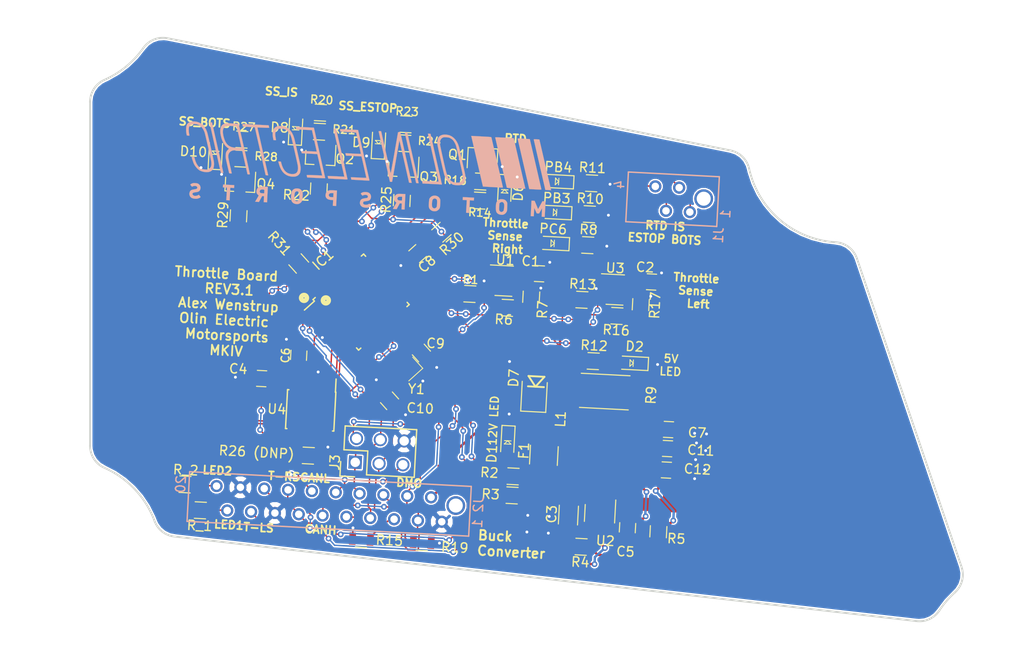
<source format=kicad_pcb>
(kicad_pcb (version 20171130) (host pcbnew 5.0.2-bee76a0~70~ubuntu18.04.1)
  (layers (0 F.Cu signal) (31 B.Cu signal) (34 B.Paste user) (35 F.Paste user) (36 B.SilkS user) (37 F.SilkS user) (38 B.Mask user) (39 F.Mask user hide) (44 Edge.Cuts user))
  (net 0 "")
  (net 1 GND)
  (net 2 VCC)
  (net 3 "Net-(D2-Pad2)")
  (net 4 /12V_Fused)
  (net 5 "Net-(C5-Pad1)")
  (net 6 "Net-(C5-Pad2)")
  (net 7 "Net-(C11-Pad1)")
  (net 8 "Net-(D1-Pad2)")
  (net 9 +12V)
  (net 10 "Net-(R3-Pad2)")
  (net 11 "Net-(R4-Pad1)")
  (net 12 "Net-(C8-Pad1)")
  (net 13 "Net-(C9-Pad1)")
  (net 14 "Net-(C10-Pad1)")
  (net 15 /ProgrammingLED1)
  (net 16 "Net-(D3-Pad1)")
  (net 17 "Net-(D4-Pad1)")
  (net 18 /ProgrammingLED2)
  (net 19 /ProgrammingLED3)
  (net 20 "Net-(D5-Pad1)")
  (net 21 "Net-(D6-Pad2)")
  (net 22 "Net-(D8-Pad2)")
  (net 23 "Net-(D9-Pad2)")
  (net 24 "Net-(D10-Pad2)")
  (net 25 /MISO)
  (net 26 /MOSI)
  (net 27 "Net-(IC1-Pad3)")
  (net 28 /TXCAN)
  (net 29 /RXCAN)
  (net 30 "Net-(IC1-Pad8)")
  (net 31 "Net-(IC1-Pad9)")
  (net 32 /SCK)
  (net 33 /Drive_Mode_Out)
  (net 34 "Net-(IC1-Pad14)")
  (net 35 "Net-(IC1-Pad15)")
  (net 36 "Net-(IC1-Pad16)")
  (net 37 /Throttle1Adjusted)
  (net 38 /Throttle2Adjusted)
  (net 39 "Net-(IC1-Pad21)")
  (net 40 /ReadyToDrive_LowDrive)
  (net 41 /SS_Inertia_Out_n)
  (net 42 /SS_EStop_Out_n)
  (net 43 /SS_BOTS_Out_n)
  (net 44 "Net-(IC1-Pad29)")
  (net 45 "Net-(IC1-Pad30)")
  (net 46 /RESET)
  (net 47 "Net-(IC1-Pad32)")
  (net 48 /SS_Cockpit_EStop)
  (net 49 /SS_BOTS)
  (net 50 /SS_Inertia_Switch)
  (net 51 /RTD)
  (net 52 /GND_DriveMode)
  (net 53 /CANH)
  (net 54 /CANL)
  (net 55 /Throttle1_Right_Sense)
  (net 56 /Throttle2_Left_Sense)
  (net 57 /LED1)
  (net 58 /LED2)
  (net 59 "Net-(R6-Pad2)")
  (net 60 "Net-(R16-Pad2)")
  (net 61 "Net-(U4-Pad5)")
  (module footprints:SOT-23-5_OEM (layer F.Cu) (at 81.464796 127.310721 357)
    (fp_text reference U1 (at 0 -2.22 357) (layer F.SilkS))
    (fp_text value MCP6001 hide)
    (pad 5 smd rect (at 1.1 -0.95 357) (size 1.06 0.65) (layers F.Cu F.Paste F.Mask) (net 2 VCC))
    (pad 4 smd rect (at 1.1 0.95 357) (size 1.06 0.65) (layers F.Cu F.Paste F.Mask) (net 59 "Net-(R6-Pad2)"))
    (pad 3 smd rect (at -1.1 0.95 357) (size 1.06 0.65) (layers F.Cu F.Paste F.Mask) (net 55 /Throttle1_Right_Sense))
    (pad 2 smd rect (at -1.1 0 357) (size 1.06 0.65) (layers F.Cu F.Paste F.Mask) (net 1 GND))
    (pad 1 smd rect (at -1.1 -0.95 357) (size 1.06 0.65) (layers F.Cu F.Paste F.Mask) (net 38 /Throttle2Adjusted))
  )
  (module footprints:SOIC-8_3.9x4.9mm_Pitch1.27mm_OEM (layer F.Cu) (at 60.874427 141.110525 267)
    (fp_text reference U4 (at 0.066491 3.612075 -3) (layer F.SilkS))
    (fp_text value CAN_Transceiver hide)
    (pad 1 smd rect (at -2.7 -1.905 267) (size 1.55 0.6) (layers F.Cu F.Paste F.Mask) (net 28 /TXCAN))
    (pad 2 smd rect (at -2.7 -0.635 267) (size 1.55 0.6) (layers F.Cu F.Paste F.Mask) (net 1 GND))
    (pad 3 smd rect (at -2.7 0.635 267) (size 1.55 0.6) (layers F.Cu F.Paste F.Mask) (net 2 VCC))
    (pad 4 smd rect (at -2.7 1.905 267) (size 1.55 0.6) (layers F.Cu F.Paste F.Mask) (net 29 /RXCAN))
    (pad 5 smd rect (at 2.7 1.905 267) (size 1.55 0.6) (layers F.Cu F.Paste F.Mask) (net 61 "Net-(U4-Pad5)"))
    (pad 6 smd rect (at 2.7 0.635 267) (size 1.55 0.6) (layers F.Cu F.Paste F.Mask) (net 54 /CANL))
    (pad 7 smd rect (at 2.7 -0.635 267) (size 1.55 0.6) (layers F.Cu F.Paste F.Mask) (net 53 /CANH))
    (pad 8 smd rect (at 2.7 -1.905 267) (size 1.55 0.6) (layers F.Cu F.Paste F.Mask) (net 1 GND))
  )
  (module footprints:TQFP-32_7x7mm_Pitch0.8mm (layer F.Cu) (at 66.237031 129.578359 42)
    (fp_text reference IC1 (at 0 -6.05 42) (layer F.SilkS))
    (fp_text value ATMEGA16M1 hide)
    (pad 1 smd rect (at -4.25 -2.8 42) (size 1.6 0.55) (layers F.Cu F.Paste F.Mask) (net 25 /MISO))
    (pad 2 smd rect (at -4.25 -2 42) (size 1.6 0.55) (layers F.Cu F.Paste F.Mask) (net 26 /MOSI))
    (pad 3 smd rect (at -4.25 -1.2 42) (size 1.6 0.55) (layers F.Cu F.Paste F.Mask) (net 27 "Net-(IC1-Pad3)"))
    (pad 4 smd rect (at -4.25 -0.4 42) (size 1.6 0.55) (layers F.Cu F.Paste F.Mask) (net 2 VCC))
    (pad 5 smd rect (at -4.25 0.4 42) (size 1.6 0.55) (layers F.Cu F.Paste F.Mask) (net 1 GND))
    (pad 6 smd rect (at -4.25 1.2 42) (size 1.6 0.55) (layers F.Cu F.Paste F.Mask) (net 28 /TXCAN))
    (pad 7 smd rect (at -4.25 2 42) (size 1.6 0.55) (layers F.Cu F.Paste F.Mask) (net 29 /RXCAN))
    (pad 8 smd rect (at -4.25 2.8 42) (size 1.6 0.55) (layers F.Cu F.Paste F.Mask) (net 30 "Net-(IC1-Pad8)"))
    (pad 9 smd rect (at -2.8 4.25 132) (size 1.6 0.55) (layers F.Cu F.Paste F.Mask) (net 31 "Net-(IC1-Pad9)"))
    (pad 10 smd rect (at -2 4.25 132) (size 1.6 0.55) (layers F.Cu F.Paste F.Mask) (net 14 "Net-(C10-Pad1)"))
    (pad 11 smd rect (at -1.2 4.25 132) (size 1.6 0.55) (layers F.Cu F.Paste F.Mask) (net 13 "Net-(C9-Pad1)"))
    (pad 12 smd rect (at -0.4 4.25 132) (size 1.6 0.55) (layers F.Cu F.Paste F.Mask) (net 32 /SCK))
    (pad 13 smd rect (at 0.4 4.25 132) (size 1.6 0.55) (layers F.Cu F.Paste F.Mask) (net 33 /Drive_Mode_Out))
    (pad 14 smd rect (at 1.2 4.25 132) (size 1.6 0.55) (layers F.Cu F.Paste F.Mask) (net 34 "Net-(IC1-Pad14)"))
    (pad 15 smd rect (at 2 4.25 132) (size 1.6 0.55) (layers F.Cu F.Paste F.Mask) (net 35 "Net-(IC1-Pad15)"))
    (pad 16 smd rect (at 2.8 4.25 132) (size 1.6 0.55) (layers F.Cu F.Paste F.Mask) (net 36 "Net-(IC1-Pad16)"))
    (pad 17 smd rect (at 4.25 2.8 42) (size 1.6 0.55) (layers F.Cu F.Paste F.Mask) (net 37 /Throttle1Adjusted))
    (pad 18 smd rect (at 4.25 2 42) (size 1.6 0.55) (layers F.Cu F.Paste F.Mask) (net 38 /Throttle2Adjusted))
    (pad 19 smd rect (at 4.25 1.2 42) (size 1.6 0.55) (layers F.Cu F.Paste F.Mask) (net 12 "Net-(C8-Pad1)"))
    (pad 20 smd rect (at 4.25 0.4 42) (size 1.6 0.55) (layers F.Cu F.Paste F.Mask) (net 1 GND))
    (pad 21 smd rect (at 4.25 -0.4 42) (size 1.6 0.55) (layers F.Cu F.Paste F.Mask) (net 39 "Net-(IC1-Pad21)"))
    (pad 22 smd rect (at 4.25 -1.2 42) (size 1.6 0.55) (layers F.Cu F.Paste F.Mask) (net 15 /ProgrammingLED1))
    (pad 23 smd rect (at 4.25 -2 42) (size 1.6 0.55) (layers F.Cu F.Paste F.Mask) (net 18 /ProgrammingLED2))
    (pad 24 smd rect (at 4.25 -2.8 42) (size 1.6 0.55) (layers F.Cu F.Paste F.Mask) (net 19 /ProgrammingLED3))
    (pad 25 smd rect (at 2.8 -4.25 132) (size 1.6 0.55) (layers F.Cu F.Paste F.Mask) (net 40 /ReadyToDrive_LowDrive))
    (pad 26 smd rect (at 2 -4.25 132) (size 1.6 0.55) (layers F.Cu F.Paste F.Mask) (net 42 /SS_EStop_Out_n))
    (pad 27 smd rect (at 1.2 -4.25 132) (size 1.6 0.55) (layers F.Cu F.Paste F.Mask) (net 41 /SS_Inertia_Out_n))
    (pad 28 smd rect (at 0.4 -4.25 132) (size 1.6 0.55) (layers F.Cu F.Paste F.Mask) (net 43 /SS_BOTS_Out_n))
    (pad 29 smd rect (at -0.4 -4.25 132) (size 1.6 0.55) (layers F.Cu F.Paste F.Mask) (net 44 "Net-(IC1-Pad29)"))
    (pad 30 smd rect (at -1.2 -4.25 132) (size 1.6 0.55) (layers F.Cu F.Paste F.Mask) (net 45 "Net-(IC1-Pad30)"))
    (pad 31 smd rect (at -2 -4.25 132) (size 1.6 0.55) (layers F.Cu F.Paste F.Mask) (net 46 /RESET))
    (pad 32 smd rect (at -2.8 -4.25 132) (size 1.6 0.55) (layers F.Cu F.Paste F.Mask) (net 47 "Net-(IC1-Pad32)"))
  )
  (module footprints:Pin_Header_Straight_2x03 (layer F.Cu) (at 65.615473 146.639721 87)
    (fp_text reference J3 (at -0.127 -2.159 87) (layer F.SilkS))
    (fp_text value CONN_02X03 hide)
    (pad 1 thru_hole rect (at 0 0 87) (size 1.4 1.4) (drill 1.016) (layers *.Cu *.Mask) (net 25 /MISO))
    (pad 2 thru_hole circle (at 2.54 0 87) (size 1.4 1.4) (drill 1.016) (layers *.Cu *.Mask) (net 2 VCC))
    (pad 3 thru_hole circle (at 0 2.54 87) (size 1.4 1.4) (drill 1.016) (layers *.Cu *.Mask) (net 32 /SCK))
    (pad 4 thru_hole circle (at 2.54 2.54 87) (size 1.4 1.4) (drill 1.016) (layers *.Cu *.Mask) (net 26 /MOSI))
    (pad 5 thru_hole circle (at 0 5.08 87) (size 1.4 1.4) (drill 1.016) (layers *.Cu *.Mask) (net 46 /RESET))
    (pad 6 thru_hole circle (at 2.54 5.08 87) (size 1.4 1.4) (drill 1.016) (layers *.Cu *.Mask) (net 1 GND))
  )
  (module footprints:C_0805_OEM (layer F.Cu) (at 94.587341 153.608475 87)
    (fp_text reference C5 (at -2.558067 -0.086879 177) (layer F.SilkS))
    (fp_text value C_0.1uF hide)
    (pad 2 smd rect (at 1 0 87) (size 1 1.25) (layers F.Cu F.Paste F.Mask) (net 6 "Net-(C5-Pad2)"))
    (pad 1 smd rect (at -1 0 87) (size 1 1.25) (layers F.Cu F.Paste F.Mask) (net 5 "Net-(C5-Pad1)"))
  )
  (module footprints:C_0805_OEM (layer F.Cu) (at 98.844093 145.18371 357)
    (fp_text reference C11 (at 3.556 0 357) (layer F.SilkS))
    (fp_text value C_1uF hide)
    (pad 2 smd rect (at 1 0 357) (size 1 1.25) (layers F.Cu F.Paste F.Mask) (net 1 GND))
    (pad 1 smd rect (at -1 0 357) (size 1 1.25) (layers F.Cu F.Paste F.Mask) (net 7 "Net-(C11-Pad1)"))
  )
  (module footprints:C_0805_OEM (layer F.Cu) (at 98.724453 147.466577 357)
    (fp_text reference C12 (at 3.302 -0.254 357) (layer F.SilkS))
    (fp_text value C_47uF hide)
    (pad 2 smd rect (at 1 0 357) (size 1 1.25) (layers F.Cu F.Paste F.Mask) (net 1 GND))
    (pad 1 smd rect (at -1 0 357) (size 1 1.25) (layers F.Cu F.Paste F.Mask) (net 7 "Net-(C11-Pad1)"))
  )
  (module footprints:LED_0805_OEM (layer F.Cu) (at 94.997277 136.079907 177)
    (fp_text reference D2 (at -0.254 1.778 -3) (layer F.SilkS))
    (fp_text value LED_0805 hide)
    (pad 1 smd rect (at -1.1 0 357) (size 1.2 1.2) (layers F.Cu F.Paste F.Mask) (net 1 GND))
    (pad 2 smd rect (at 1.1 0 357) (size 1.2 1.2) (layers F.Cu F.Paste F.Mask) (net 3 "Net-(D2-Pad2)"))
  )
  (module footprints:Fuse_1210 (layer F.Cu) (at 85.688145 145.89866 267)
    (fp_text reference F1 (at -0.3865 2.1395 87) (layer F.SilkS))
    (fp_text value 500mA hide)
    (pad 2 smd rect (at 1.45 0 267) (size 0.9 2.5) (layers F.Cu F.Paste F.Mask) (net 4 /12V_Fused))
    (pad 1 smd rect (at -1.45 0 267) (size 0.9 2.5) (layers F.Cu F.Paste F.Mask) (net 9 +12V))
  )
  (module footprints:4.7uH_Inductor_OEM (layer F.Cu) (at 92.022348 145.525656 87)
    (fp_text reference L1 (at 3.2385 -4.722379 87) (layer F.SilkS))
    (fp_text value L_4.7uH hide)
    (pad 2 smd rect (at 2.35 0 87) (size 3.3 8.2) (layers F.Cu F.Paste F.Mask) (net 7 "Net-(C11-Pad1)"))
    (pad 1 smd rect (at -2.35 0 87) (size 3.3 8.2) (layers F.Cu F.Paste F.Mask) (net 6 "Net-(C5-Pad2)"))
  )
  (module footprints:R_0805_OEM (layer F.Cu) (at 82.410971 148.137715 177)
    (fp_text reference R2 (at 2.54 0.254 177) (layer F.SilkS))
    (fp_text value R_1k hide)
    (pad 2 smd rect (at 0.95 0 177) (size 0.7 1.3) (layers F.Cu F.Paste F.Mask) (net 8 "Net-(D1-Pad2)"))
    (pad 1 smd rect (at -0.95 0 177) (size 0.7 1.3) (layers F.Cu F.Paste F.Mask) (net 4 /12V_Fused))
  )
  (module footprints:R_0805_OEM (layer F.Cu) (at 82.304624 150.166931 177)
    (fp_text reference R3 (at 2.286 0 -3) (layer F.SilkS))
    (fp_text value R_10k hide)
    (pad 2 smd rect (at 0.95 0 177) (size 0.7 1.3) (layers F.Cu F.Paste F.Mask) (net 10 "Net-(R3-Pad2)"))
    (pad 1 smd rect (at -0.95 0 177) (size 0.7 1.3) (layers F.Cu F.Paste F.Mask) (net 4 /12V_Fused))
  )
  (module footprints:R_0805_OEM (layer F.Cu) (at 90.938846 135.867214 357)
    (fp_text reference R12 (at 0 -1.65 357) (layer F.SilkS))
    (fp_text value R_200 hide)
    (pad 2 smd rect (at 0.95 0 357) (size 0.7 1.3) (layers F.Cu F.Paste F.Mask) (net 3 "Net-(D2-Pad2)"))
    (pad 1 smd rect (at -0.95 0 357) (size 0.7 1.3) (layers F.Cu F.Paste F.Mask) (net 2 VCC))
  )
  (module footprints:SOT-23-6_OEM (layer F.Cu) (at 91.651356 152.119277 267)
    (fp_text reference U2 (at 2.8575 -0.7239 -3) (layer F.SilkS))
    (fp_text value TPS561201 hide)
    (pad 5 smd rect (at 1.1 0 267) (size 1.06 0.65) (layers F.Cu F.Paste F.Mask) (net 10 "Net-(R3-Pad2)"))
    (pad 6 smd rect (at 1.1 -0.95 267) (size 1.06 0.65) (layers F.Cu F.Paste F.Mask) (net 5 "Net-(C5-Pad1)"))
    (pad 4 smd rect (at 1.1 0.95 267) (size 1.06 0.65) (layers F.Cu F.Paste F.Mask) (net 11 "Net-(R4-Pad1)"))
    (pad 3 smd rect (at -1.1 0.95 267) (size 1.06 0.65) (layers F.Cu F.Paste F.Mask) (net 4 /12V_Fused))
    (pad 2 smd rect (at -1.1 0 267) (size 1.06 0.65) (layers F.Cu F.Paste F.Mask) (net 6 "Net-(C5-Pad2)"))
    (pad 1 smd rect (at -1.1 -0.95 267) (size 1.06 0.65) (layers F.Cu F.Paste F.Mask) (net 1 GND))
  )
  (module footprints:C_1206_OEM (layer F.Cu) (at 88.299217 152.261533 267)
    (fp_text reference C3 (at 0 1.778 267) (layer F.SilkS))
    (fp_text value C_22uF hide)
    (pad 2 smd rect (at 1.5 0 267) (size 1 1.6) (layers F.Cu F.Paste F.Mask) (net 1 GND))
    (pad 1 smd rect (at -1.5 0 267) (size 1 1.6) (layers F.Cu F.Paste F.Mask) (net 4 /12V_Fused))
  )
  (module footprints:C_0805_OEM (layer F.Cu) (at 98.950439 143.154495 357)
    (fp_text reference C7 (at 3.052 0.183 357) (layer F.SilkS))
    (fp_text value C_0.1uF hide)
    (pad 2 smd rect (at 1 0 357) (size 1 1.25) (layers F.Cu F.Paste F.Mask) (net 1 GND))
    (pad 1 smd rect (at -1 0 357) (size 1 1.25) (layers F.Cu F.Paste F.Mask) (net 7 "Net-(C11-Pad1)"))
  )
  (module footprints:LED_0805_OEM (layer F.Cu) (at 81.836122 144.546709 267)
    (fp_text reference D1 (at 1.288067 1.610879 267) (layer F.SilkS))
    (fp_text value LED_0805 hide)
    (pad 1 smd rect (at -1.1 0 87) (size 1.2 1.2) (layers F.Cu F.Paste F.Mask) (net 1 GND))
    (pad 2 smd rect (at 1.1 0 87) (size 1.2 1.2) (layers F.Cu F.Paste F.Mask) (net 8 "Net-(D1-Pad2)"))
  )
  (module footprints:DO-214AA (layer F.Cu) (at 84.718268 138.084693 87)
    (fp_text reference D7 (at 0.3 -2.25 87) (layer F.SilkS))
    (fp_text value D_Zener_18V hide)
    (pad 1 smd rect (at -2.032 0 267) (size 1.778 2.159) (layers F.Cu F.Paste F.Mask) (net 9 +12V))
    (pad 2 smd rect (at 2.032 0 267) (size 1.778 2.159) (layers F.Cu F.Paste F.Mask) (net 1 GND))
  )
  (module footprints:R_2512_OEM (layer F.Cu) (at 92.167765 139.110976 357)
    (fp_text reference R9 (at 4.953 0.127 87) (layer F.SilkS))
    (fp_text value R_0_Jumper hide)
    (pad 2 smd rect (at 3.1 0 357) (size 1 3.2) (layers F.Cu F.Paste F.Mask) (net 7 "Net-(C11-Pad1)"))
    (pad 1 smd rect (at -3.1 0 357) (size 1 3.2) (layers F.Cu F.Paste F.Mask) (net 2 VCC))
  )
  (module footprints:R_0805_OEM (layer F.Cu) (at 89.648314 155.638769 177)
    (fp_text reference R4 (at 0 -1.65 177) (layer F.SilkS))
    (fp_text value R_10k hide)
    (pad 2 smd rect (at 0.95 0 177) (size 0.7 1.3) (layers F.Cu F.Paste F.Mask) (net 1 GND))
    (pad 1 smd rect (at -0.95 0 177) (size 0.7 1.3) (layers F.Cu F.Paste F.Mask) (net 11 "Net-(R4-Pad1)"))
  )
  (module footprints:R_0805_OEM (layer F.Cu) (at 97.871522 154.03494 87)
    (fp_text reference R5 (at -0.653067 1.945121 177) (layer F.SilkS))
    (fp_text value R_51.1k hide)
    (pad 2 smd rect (at 0.95 0 87) (size 0.7 1.3) (layers F.Cu F.Paste F.Mask) (net 7 "Net-(C11-Pad1)"))
    (pad 1 smd rect (at -0.95 0 87) (size 0.7 1.3) (layers F.Cu F.Paste F.Mask) (net 11 "Net-(R4-Pad1)"))
  )
  (module footprints:C_0805_OEM (layer F.Cu) (at 85.219431 126.556189 177)
    (fp_text reference C1 (at 1 1.27 177) (layer F.SilkS))
    (fp_text value C_0.1uF hide)
    (pad 2 smd rect (at 1 0 177) (size 1 1.25) (layers F.Cu F.Paste F.Mask) (net 2 VCC))
    (pad 1 smd rect (at -1 0 177) (size 1 1.25) (layers F.Cu F.Paste F.Mask) (net 1 GND))
  )
  (module footprints:C_0805_OEM (layer F.Cu) (at 97.143755 127.435465 177)
    (fp_text reference C2 (at 0.762 1.524 177) (layer F.SilkS))
    (fp_text value C_0.1uF hide)
    (pad 1 smd rect (at -1 0 177) (size 1 1.25) (layers F.Cu F.Paste F.Mask) (net 1 GND))
    (pad 2 smd rect (at 1 0 177) (size 1 1.25) (layers F.Cu F.Paste F.Mask) (net 2 VCC))
  )
  (module footprints:C_0805_OEM (layer F.Cu) (at 55.654425 137.724182 177)
    (fp_text reference C4 (at 2.54 0.889 177) (layer F.SilkS))
    (fp_text value C_0.1uF hide)
    (pad 1 smd rect (at -1 0 177) (size 1 1.25) (layers F.Cu F.Paste F.Mask) (net 2 VCC))
    (pad 2 smd rect (at 1 0 177) (size 1 1.25) (layers F.Cu F.Paste F.Mask) (net 1 GND))
  )
  (module footprints:C_0805_OEM (layer F.Cu) (at 59.599621 135.244258 87)
    (fp_text reference C6 (at -0.086828 -1.397 87) (layer F.SilkS) (effects (font (size 0.85 0.85))))
    (fp_text value C_0.1uF hide)
    (pad 2 smd rect (at 1 0 87) (size 1 1.25) (layers F.Cu F.Paste F.Mask) (net 1 GND))
    (pad 1 smd rect (at -1 0 87) (size 1 1.25) (layers F.Cu F.Paste F.Mask) (net 2 VCC))
  )
  (module footprints:C_0805_OEM (layer F.Cu) (at 72.254704 124.422419 222)
    (fp_text reference C8 (at 0 -1.5 222) (layer F.SilkS))
    (fp_text value C_100pF hide)
    (pad 1 smd rect (at -1 0 222) (size 1 1.25) (layers F.Cu F.Paste F.Mask) (net 12 "Net-(C8-Pad1)"))
    (pad 2 smd rect (at 1 0 222) (size 1 1.25) (layers F.Cu F.Paste F.Mask) (net 1 GND))
  )
  (module footprints:C_0805_OEM (layer F.Cu) (at 72.656439 134.999371 312)
    (fp_text reference C9 (at 0.257236 -1.796051 -3) (layer F.SilkS))
    (fp_text value C_30pF hide)
    (pad 1 smd rect (at -1 0 312) (size 1 1.25) (layers F.Cu F.Paste F.Mask) (net 13 "Net-(C9-Pad1)"))
    (pad 2 smd rect (at 1 0 312) (size 1 1.25) (layers F.Cu F.Paste F.Mask) (net 1 GND))
  )
  (module footprints:C_0805_OEM (layer F.Cu) (at 69.265222 140.090759 312)
    (fp_text reference C10 (at 2.783879 -1.885854 -3) (layer F.SilkS))
    (fp_text value C_30pF hide)
    (pad 2 smd rect (at 1 0 312) (size 1 1.25) (layers F.Cu F.Paste F.Mask) (net 1 GND))
    (pad 1 smd rect (at -1 0 312) (size 1 1.25) (layers F.Cu F.Paste F.Mask) (net 14 "Net-(C10-Pad1)"))
  )
  (module footprints:LED_0805_OEM (layer F.Cu) (at 86.592597 123.321622 177)
    (fp_text reference PC6 (at 0 1.524 177) (layer F.SilkS))
    (fp_text value LED_0805 hide)
    (pad 2 smd rect (at 1.1 0 357) (size 1.2 1.2) (layers F.Cu F.Paste F.Mask) (net 15 /ProgrammingLED1))
    (pad 1 smd rect (at -1.1 0 357) (size 1.2 1.2) (layers F.Cu F.Paste F.Mask) (net 16 "Net-(D3-Pad1)"))
  )
  (module footprints:LED_0805_OEM (layer F.Cu) (at 86.849295 120.028544 177)
    (fp_text reference PB3 (at -0.127 1.524 177) (layer F.SilkS))
    (fp_text value LED_0805 hide)
    (pad 1 smd rect (at -1.1 0 357) (size 1.2 1.2) (layers F.Cu F.Paste F.Mask) (net 17 "Net-(D4-Pad1)"))
    (pad 2 smd rect (at 1.1 0 357) (size 1.2 1.2) (layers F.Cu F.Paste F.Mask) (net 18 /ProgrammingLED2))
  )
  (module footprints:LED_0805_OEM (layer F.Cu) (at 87.065049 116.733319 177)
    (fp_text reference PB4 (at -0.084 1.524 177) (layer F.SilkS))
    (fp_text value LED_0805 hide)
    (pad 2 smd rect (at 1.1 0 357) (size 1.2 1.2) (layers F.Cu F.Paste F.Mask) (net 19 /ProgrammingLED3))
    (pad 1 smd rect (at -1.1 0 357) (size 1.2 1.2) (layers F.Cu F.Paste F.Mask) (net 20 "Net-(D5-Pad1)"))
  )
  (module footprints:LED_0805_OEM (layer F.Cu) (at 81.514833 117.809466 267)
    (fp_text reference D6 (at 0 -1.45 267) (layer F.SilkS))
    (fp_text value LED_0805 hide)
    (pad 1 smd rect (at -1.1 0 87) (size 1.2 1.2) (layers F.Cu F.Paste F.Mask) (net 1 GND))
    (pad 2 smd rect (at 1.1 0 87) (size 1.2 1.2) (layers F.Cu F.Paste F.Mask) (net 21 "Net-(D6-Pad2)"))
  )
  (module footprints:LED_0805_OEM (layer F.Cu) (at 59.279061 111.048692 87)
    (fp_text reference D8 (at -0.031631 -1.715581 177) (layer F.SilkS))
    (fp_text value LED_0805 hide)
    (pad 1 smd rect (at -1.1 0 267) (size 1.2 1.2) (layers F.Cu F.Paste F.Mask) (net 1 GND))
    (pad 2 smd rect (at 1.1 0 267) (size 1.2 1.2) (layers F.Cu F.Paste F.Mask) (net 22 "Net-(D8-Pad2)"))
  )
  (module footprints:LED_0805_OEM (layer F.Cu) (at 68.103705 112.528565 87)
    (fp_text reference D9 (at -0.158631 -1.842581 177) (layer F.SilkS))
    (fp_text value LED_0805 hide)
    (pad 2 smd rect (at 1.1 0 267) (size 1.2 1.2) (layers F.Cu F.Paste F.Mask) (net 23 "Net-(D9-Pad2)"))
    (pad 1 smd rect (at -1.1 0 267) (size 1.2 1.2) (layers F.Cu F.Paste F.Mask) (net 1 GND))
  )
  (module footprints:LED_0805_OEM (layer F.Cu) (at 50.749028 113.653834 87)
    (fp_text reference D10 (at -0.031631 -2.350581 177) (layer F.SilkS))
    (fp_text value LED_0805 hide)
    (pad 2 smd rect (at 1.1 0 267) (size 1.2 1.2) (layers F.Cu F.Paste F.Mask) (net 24 "Net-(D10-Pad2)"))
    (pad 1 smd rect (at -1.1 0 267) (size 1.2 1.2) (layers F.Cu F.Paste F.Mask) (net 1 GND))
  )
  (module footprints:micromatch_female_vert_4 (layer B.Cu) (at 96.145729 119.728671 87)
    (fp_text reference J1 (at -2.31 8.258 87) (layer B.SilkS) (effects (justify mirror)))
    (fp_text value micromatch_female_TOP_ENTRY_locking_4 hide)
    (fp_text user 4 (at 2.54 -2.54 87) (layer B.SilkS) (effects (justify mirror)))
    (fp_text user 1 (at 0 8.89 87) (layer B.SilkS) (effects (justify mirror)))
    (pad 3 thru_hole circle (at 0 2.54 87) (size 1.3 1.3) (drill 0.8) (layers *.Cu *.Mask) (net 48 /SS_Cockpit_EStop))
    (pad 1 thru_hole circle (at 0 5.08 87) (size 1.3 1.3) (drill 0.8) (layers *.Cu *.Mask) (net 49 /SS_BOTS))
    (pad 2 thru_hole circle (at 2.54 3.81 87) (size 1.3 1.3) (drill 0.8) (layers *.Cu *.Mask) (net 50 /SS_Inertia_Switch))
    (pad 4 thru_hole circle (at 2.54 1.27 87) (size 1.3 1.3) (drill 0.8) (layers *.Cu *.Mask) (net 51 /RTD))
    (pad 5 thru_hole circle (at 1.5 6.48 87) (size 2 2) (drill 1.5) (layers *.Cu *.Mask))
  )
  (module footprints:micromatch_female_vert_20 (layer B.Cu) (at 69.748635 152.706348 87)
    (fp_text reference J2 (at 2.032 8.89 87) (layer B.SilkS) (effects (justify mirror)))
    (fp_text value micromatch_female_TOP_ENTRY_locking_20 hide)
    (fp_text user 20 (at 2.54 -22.86 87) (layer B.SilkS) (effects (justify mirror)))
    (fp_text user 1 (at 0 8.89 87) (layer B.SilkS) (effects (justify mirror)))
    (pad 5 thru_hole circle (at 0 0 87) (size 1.3 1.3) (drill 0.8) (layers *.Cu *.Mask) (net 52 /GND_DriveMode))
    (pad 3 thru_hole circle (at 0 2.54 87) (size 1.3 1.3) (drill 0.8) (layers *.Cu *.Mask) (net 2 VCC))
    (pad 1 thru_hole circle (at 0 5.08 87) (size 1.3 1.3) (drill 0.8) (layers *.Cu *.Mask) (net 1 GND))
    (pad 7 thru_hole circle (at 0 -2.54 87) (size 1.3 1.3) (drill 0.8) (layers *.Cu *.Mask) (net 26 /MOSI))
    (pad 2 thru_hole circle (at 2.54 3.81 87) (size 1.3 1.3) (drill 0.8) (layers *.Cu *.Mask) (net 9 +12V))
    (pad 4 thru_hole circle (at 2.54 1.27 87) (size 1.3 1.3) (drill 0.8) (layers *.Cu *.Mask) (net 33 /Drive_Mode_Out))
    (pad 6 thru_hole circle (at 2.54 -1.27 87) (size 1.3 1.3) (drill 0.8) (layers *.Cu *.Mask) (net 2 VCC))
    (pad 8 thru_hole circle (at 2.54 -3.81 87) (size 1.3 1.3) (drill 0.8) (layers *.Cu *.Mask) (net 25 /MISO))
    (pad 9 thru_hole circle (at 0 -5.08 87) (size 1.3 1.3) (drill 0.8) (layers *.Cu *.Mask) (net 32 /SCK))
    (pad 10 thru_hole circle (at 2.54 -6.35 87) (size 1.3 1.3) (drill 0.8) (layers *.Cu *.Mask) (net 46 /RESET))
    (pad 11 thru_hole circle (at 0 -7.62 87) (size 1.3 1.3) (drill 0.8) (layers *.Cu *.Mask) (net 53 /CANH))
    (pad 12 thru_hole circle (at 2.54 -8.89 87) (size 1.3 1.3) (drill 0.8) (layers *.Cu *.Mask) (net 54 /CANL))
    (pad 13 thru_hole circle (at 0 -10.16 87) (size 1.3 1.3) (drill 0.8) (layers *.Cu *.Mask) (net 2 VCC))
    (pad 14 thru_hole circle (at 2.54 -11.43 87) (size 1.3 1.3) (drill 0.8) (layers *.Cu *.Mask) (net 55 /Throttle1_Right_Sense))
    (pad 15 thru_hole circle (at 0 -12.7 87) (size 1.3 1.3) (drill 0.8) (layers *.Cu *.Mask) (net 1 GND))
    (pad 16 thru_hole circle (at 2.54 -13.97 87) (size 1.3 1.3) (drill 0.8) (layers *.Cu *.Mask) (net 2 VCC))
    (pad 17 thru_hole circle (at 0 -15.24 87) (size 1.3 1.3) (drill 0.8) (layers *.Cu *.Mask) (net 56 /Throttle2_Left_Sense))
    (pad 18 thru_hole circle (at 2.54 -16.51 87) (size 1.3 1.3) (drill 0.8) (layers *.Cu *.Mask) (net 1 GND))
    (pad 19 thru_hole circle (at 0 -17.78 87) (size 1.3 1.3) (drill 0.8) (layers *.Cu *.Mask) (net 57 /LED1))
    (pad 20 thru_hole circle (at 2.54 -19.05 87) (size 1.3 1.3) (drill 0.8) (layers *.Cu *.Mask) (net 58 /LED2))
    (pad 21 thru_hole circle (at 1.8 6.48 87) (size 2 2) (drill 1.5) (layers *.Cu *.Mask))
  )
  (module footprints:SOT-23F (layer F.Cu) (at 79.173318 113.955639 87)
    (fp_text reference Q1 (at -0.074853 -2.684711 177) (layer F.SilkS))
    (fp_text value SSM3K333R hide)
    (pad 1 smd rect (at -1.05 -0.95 87) (size 0.9 0.8) (layers F.Cu F.Paste F.Mask) (net 40 /ReadyToDrive_LowDrive))
    (pad 2 smd rect (at -1.05 0.95 87) (size 0.9 0.8) (layers F.Cu F.Paste F.Mask) (net 1 GND))
    (pad 3 smd rect (at 1.05 0 87) (size 0.9 0.8) (layers F.Cu F.Paste F.Mask) (net 51 /RTD))
  )
  (module footprints:SOT-23F (layer F.Cu) (at 61.911492 114.204788 267)
    (fp_text reference Q2 (at 0 -2.602419 177) (layer F.SilkS))
    (fp_text value SSM3K333R hide)
    (pad 1 smd rect (at -1.05 -0.95 267) (size 0.9 0.8) (layers F.Cu F.Paste F.Mask) (net 50 /SS_Inertia_Switch))
    (pad 2 smd rect (at -1.05 0.95 267) (size 0.9 0.8) (layers F.Cu F.Paste F.Mask) (net 1 GND))
    (pad 3 smd rect (at 1.05 0 267) (size 0.9 0.8) (layers F.Cu F.Paste F.Mask) (net 41 /SS_Inertia_Out_n))
  )
  (module footprints:SOT-23F (layer F.Cu) (at 70.747649 115.464963 267)
    (fp_text reference Q3 (at 0.666631 -2.729419 -3) (layer F.SilkS))
    (fp_text value SSM3K333R hide)
    (pad 3 smd rect (at 1.05 0 267) (size 0.9 0.8) (layers F.Cu F.Paste F.Mask) (net 42 /SS_EStop_Out_n))
    (pad 2 smd rect (at -1.05 0.95 267) (size 0.9 0.8) (layers F.Cu F.Paste F.Mask) (net 1 GND))
    (pad 1 smd rect (at -1.05 -0.95 267) (size 0.9 0.8) (layers F.Cu F.Paste F.Mask) (net 48 /SS_Cockpit_EStop))
  )
  (module footprints:SOT-23F (layer F.Cu) (at 53.368165 117.063582 267)
    (fp_text reference Q4 (at -0.188369 -2.729419 -3) (layer F.SilkS))
    (fp_text value SSM3K333R hide)
    (pad 3 smd rect (at 1.05 0 267) (size 0.9 0.8) (layers F.Cu F.Paste F.Mask) (net 43 /SS_BOTS_Out_n))
    (pad 2 smd rect (at -1.05 0.95 267) (size 0.9 0.8) (layers F.Cu F.Paste F.Mask) (net 1 GND))
    (pad 1 smd rect (at -1.05 -0.95 267) (size 0.9 0.8) (layers F.Cu F.Paste F.Mask) (net 49 /SS_BOTS))
  )
  (module footprints:R_0805_OEM (layer F.Cu) (at 77.81248 128.711493 357)
    (fp_text reference R1 (at 0 -1.524 357) (layer F.SilkS) (effects (font (size 0.85 0.85))))
    (fp_text value R_1M hide)
    (pad 1 smd rect (at -0.95 0 357) (size 0.7 1.3) (layers F.Cu F.Paste F.Mask) (net 2 VCC))
    (pad 2 smd rect (at 0.95 0 357) (size 0.7 1.3) (layers F.Cu F.Paste F.Mask) (net 55 /Throttle1_Right_Sense))
  )
  (module footprints:R_0805_OEM (layer F.Cu) (at 81.804443 130.192446 357)
    (fp_text reference R6 (at -0.32 1.27 357) (layer F.SilkS))
    (fp_text value R_1k hide)
    (pad 2 smd rect (at 0.95 0 357) (size 0.7 1.3) (layers F.Cu F.Paste F.Mask) (net 59 "Net-(R6-Pad2)"))
    (pad 1 smd rect (at -0.95 0 357) (size 0.7 1.3) (layers F.Cu F.Paste F.Mask) (net 38 /Throttle2Adjusted))
  )
  (module footprints:R_0805_OEM (layer F.Cu) (at 84.34152 129.053666 87)
    (fp_text reference R7 (at -1.27 1.27 87) (layer F.SilkS))
    (fp_text value R_2.2k hide)
    (pad 1 smd rect (at -0.95 0 87) (size 0.7 1.3) (layers F.Cu F.Paste F.Mask) (net 59 "Net-(R6-Pad2)"))
    (pad 2 smd rect (at 0.95 0 87) (size 0.7 1.3) (layers F.Cu F.Paste F.Mask) (net 1 GND))
  )
  (module footprints:R_0805_OEM (layer F.Cu) (at 90.354434 123.518772 357)
    (fp_text reference R8 (at 0 -1.65 357) (layer F.SilkS))
    (fp_text value R_200 hide)
    (pad 2 smd rect (at 0.95 0 357) (size 0.7 1.3) (layers F.Cu F.Paste F.Mask) (net 1 GND))
    (pad 1 smd rect (at -0.95 0 357) (size 0.7 1.3) (layers F.Cu F.Paste F.Mask) (net 16 "Net-(D3-Pad1)"))
  )
  (module footprints:R_0805_OEM (layer F.Cu) (at 90.527248 120.221297 357)
    (fp_text reference R10 (at 0 -1.65 357) (layer F.SilkS))
    (fp_text value R_200 hide)
    (pad 2 smd rect (at 0.95 0 357) (size 0.7 1.3) (layers F.Cu F.Paste F.Mask) (net 1 GND))
    (pad 1 smd rect (at -0.95 0 357) (size 0.7 1.3) (layers F.Cu F.Paste F.Mask) (net 17 "Net-(D4-Pad1)"))
  )
  (module footprints:R_0805_OEM (layer F.Cu) (at 90.765971 116.927276 357)
    (fp_text reference R11 (at 0 -1.65 357) (layer F.SilkS))
    (fp_text value R_200 hide)
    (pad 2 smd rect (at 0.95 0 357) (size 0.7 1.3) (layers F.Cu F.Paste F.Mask) (net 1 GND))
    (pad 1 smd rect (at -0.95 0 357) (size 0.7 1.3) (layers F.Cu F.Paste F.Mask) (net 20 "Net-(D5-Pad1)"))
  )
  (module footprints:R_0805_OEM (layer F.Cu) (at 89.734119 129.33628 357)
    (fp_text reference R13 (at 0 -1.65 357) (layer F.SilkS))
    (fp_text value R_1M hide)
    (pad 2 smd rect (at 0.95 0 357) (size 0.7 1.3) (layers F.Cu F.Paste F.Mask) (net 56 /Throttle2_Left_Sense))
    (pad 1 smd rect (at -0.95 0 357) (size 0.7 1.3) (layers F.Cu F.Paste F.Mask) (net 2 VCC))
  )
  (module footprints:R_0805_OEM (layer F.Cu) (at 78.854835 118.77157 357)
    (fp_text reference R14 (at 0.078413 1.278629 177) (layer F.SilkS) (effects (font (size 0.85 0.85))))
    (fp_text value R_200 hide)
    (pad 1 smd rect (at -0.95 0 357) (size 0.7 1.3) (layers F.Cu F.Paste F.Mask) (net 40 /ReadyToDrive_LowDrive))
    (pad 2 smd rect (at 0.95 0 357) (size 0.7 1.3) (layers F.Cu F.Paste F.Mask) (net 21 "Net-(D6-Pad2)"))
  )
  (module footprints:R_0805_OEM (layer F.Cu) (at 66.270604 154.813209 357)
    (fp_text reference R15 (at 2.982 0 177) (layer F.SilkS))
    (fp_text value R_22K hide)
    (pad 1 smd rect (at -0.95 0 357) (size 0.7 1.3) (layers F.Cu F.Paste F.Mask) (net 1 GND))
    (pad 2 smd rect (at 0.95 0 357) (size 0.7 1.3) (layers F.Cu F.Paste F.Mask) (net 52 /GND_DriveMode))
  )
  (module footprints:R_0805_OEM (layer F.Cu) (at 93.459138 131.057591 357)
    (fp_text reference R16 (at 0 1.524 357) (layer F.SilkS))
    (fp_text value R_2.2k hide)
    (pad 1 smd rect (at -0.95 0 357) (size 0.7 1.3) (layers F.Cu F.Paste F.Mask) (net 37 /Throttle1Adjusted))
    (pad 2 smd rect (at 0.95 0 357) (size 0.7 1.3) (layers F.Cu F.Paste F.Mask) (net 60 "Net-(R16-Pad2)"))
  )
  (module footprints:R_0805_OEM (layer F.Cu) (at 95.999668 129.852901 87)
    (fp_text reference R17 (at 0 1.524 87) (layer F.SilkS))
    (fp_text value R_2.2k hide)
    (pad 2 smd rect (at 0.95 0 87) (size 0.7 1.3) (layers F.Cu F.Paste F.Mask) (net 1 GND))
    (pad 1 smd rect (at -0.95 0 87) (size 0.7 1.3) (layers F.Cu F.Paste F.Mask) (net 60 "Net-(R16-Pad2)"))
  )
  (module footprints:R_0805_OEM (layer F.Cu) (at 78.961182 116.742355 357)
    (fp_text reference R18 (at -2.715587 0.008629 177) (layer F.SilkS) (effects (font (size 0.85 0.85))))
    (fp_text value R_100K hide)
    (pad 1 smd rect (at -0.95 0 357) (size 0.7 1.3) (layers F.Cu F.Paste F.Mask) (net 40 /ReadyToDrive_LowDrive))
    (pad 2 smd rect (at 0.95 0 357) (size 0.7 1.3) (layers F.Cu F.Paste F.Mask) (net 1 GND))
  )
  (module footprints:R_0805_OEM (layer F.Cu) (at 72.738727 155.15219 357)
    (fp_text reference R19 (at 3.49 0.381 357) (layer F.SilkS))
    (fp_text value R_22K hide)
    (pad 2 smd rect (at 0.95 0 357) (size 0.7 1.3) (layers F.Cu F.Paste F.Mask) (net 1 GND))
    (pad 1 smd rect (at -0.95 0 357) (size 0.7 1.3) (layers F.Cu F.Paste F.Mask) (net 33 /Drive_Mode_Out))
  )
  (module footprints:R_0805_OEM (layer F.Cu) (at 61.908634 109.406061 177)
    (fp_text reference R20 (at -0.062419 1.365369 -3) (layer F.SilkS) (effects (font (size 0.85 0.85))))
    (fp_text value R_1k hide)
    (pad 2 smd rect (at 0.95 0 177) (size 0.7 1.3) (layers F.Cu F.Paste F.Mask) (net 22 "Net-(D8-Pad2)"))
    (pad 1 smd rect (at -0.95 0 177) (size 0.7 1.3) (layers F.Cu F.Paste F.Mask) (net 50 /SS_Inertia_Switch))
  )
  (module footprints:R_0805_OEM (layer F.Cu) (at 61.802287 111.435277 177)
    (fp_text reference R21 (at -2.602419 0.349369 -3) (layer F.SilkS) (effects (font (size 0.85 0.85))))
    (fp_text value R_100k hide)
    (pad 1 smd rect (at -0.95 0 177) (size 0.7 1.3) (layers F.Cu F.Paste F.Mask) (net 50 /SS_Inertia_Switch))
    (pad 2 smd rect (at 0.95 0 177) (size 0.7 1.3) (layers F.Cu F.Paste F.Mask) (net 1 GND))
  )
  (module footprints:R_0805_OEM (layer F.Cu) (at 61.736898 117.536215 87)
    (fp_text reference R22 (at -0.793631 -2.350581 177) (layer F.SilkS))
    (fp_text value R_10k hide)
    (pad 1 smd rect (at -0.95 0 87) (size 0.7 1.3) (layers F.Cu F.Paste F.Mask) (net 2 VCC))
    (pad 2 smd rect (at 0.95 0 87) (size 0.7 1.3) (layers F.Cu F.Paste F.Mask) (net 41 /SS_Inertia_Out_n))
  )
  (module footprints:R_0805_OEM (layer F.Cu) (at 71.000222 110.645577 177)
    (fp_text reference R23 (at -0.062419 1.365369 -3) (layer F.SilkS) (effects (font (size 0.85 0.85))))
    (fp_text value R_1k hide)
    (pad 1 smd rect (at -0.95 0 177) (size 0.7 1.3) (layers F.Cu F.Paste F.Mask) (net 48 /SS_Cockpit_EStop))
    (pad 2 smd rect (at 0.95 0 177) (size 0.7 1.3) (layers F.Cu F.Paste F.Mask) (net 23 "Net-(D9-Pad2)"))
  )
  (module footprints:R_0805_OEM (layer F.Cu) (at 70.893875 112.674792 177)
    (fp_text reference R24 (at -2.602419 0.349369 -3) (layer F.SilkS) (effects (font (size 0.85 0.85))))
    (fp_text value R_100k hide)
    (pad 2 smd rect (at 0.95 0 177) (size 0.7 1.3) (layers F.Cu F.Paste F.Mask) (net 1 GND))
    (pad 1 smd rect (at -0.95 0 177) (size 0.7 1.3) (layers F.Cu F.Paste F.Mask) (net 48 /SS_Cockpit_EStop))
  )
  (module footprints:R_0805_OEM (layer F.Cu) (at 70.574835 118.762438 87)
    (fp_text reference R25 (at 0 -1.65 87) (layer F.SilkS))
    (fp_text value R_10k hide)
    (pad 1 smd rect (at -0.95 0 87) (size 0.7 1.3) (layers F.Cu F.Paste F.Mask) (net 2 VCC))
    (pad 2 smd rect (at 0.95 0 87) (size 0.7 1.3) (layers F.Cu F.Paste F.Mask) (net 42 /SS_EStop_Out_n))
  )
  (module footprints:R_0805_OEM (layer F.Cu) (at 60.621853 145.929912 177)
    (fp_text reference "R26 (DNP)" (at 5.517075 0.06051 177) (layer F.SilkS))
    (fp_text value "R_120 DNP" hide)
    (pad 2 smd rect (at 0.949999 0 177) (size 0.7 1.3) (layers F.Cu F.Paste F.Mask) (net 54 /CANL))
    (pad 1 smd rect (at -0.949999 0 177) (size 0.7 1.3) (layers F.Cu F.Paste F.Mask) (net 53 /CANH))
  )
  (module footprints:R_0805_OEM (layer F.Cu) (at 53.55305 112.274695 177)
    (fp_text reference R27 (at -0.128419 1.365369 -3) (layer F.SilkS) (effects (font (size 0.85 0.85))))
    (fp_text value R_1k hide)
    (pad 2 smd rect (at 0.95 0 177) (size 0.7 1.3) (layers F.Cu F.Paste F.Mask) (net 24 "Net-(D10-Pad2)"))
    (pad 1 smd rect (at -0.95 0 177) (size 0.7 1.3) (layers F.Cu F.Paste F.Mask) (net 49 /SS_BOTS))
  )
  (module footprints:R_0805_OEM (layer F.Cu) (at 53.446703 114.303911 177)
    (fp_text reference R28 (at -2.668419 0.349369 -3) (layer F.SilkS) (effects (font (size 0.85 0.85))))
    (fp_text value R_100k hide)
    (pad 2 smd rect (at 0.95 0 177) (size 0.7 1.3) (layers F.Cu F.Paste F.Mask) (net 1 GND))
    (pad 1 smd rect (at -0.95 0 177) (size 0.7 1.3) (layers F.Cu F.Paste F.Mask) (net 49 /SS_BOTS))
  )
  (module footprints:R_0805_OEM (layer F.Cu) (at 53.193573 120.395011 87)
    (fp_text reference R29 (at 0 -1.65 87) (layer F.SilkS))
    (fp_text value R_10k hide)
    (pad 1 smd rect (at -0.95 0 87) (size 0.7 1.3) (layers F.Cu F.Paste F.Mask) (net 2 VCC))
    (pad 2 smd rect (at 0.95 0 87) (size 0.7 1.3) (layers F.Cu F.Paste F.Mask) (net 43 /SS_BOTS_Out_n))
  )
  (module footprints:R_0805_OEM (layer F.Cu) (at 74.791057 122.138676 222)
    (fp_text reference R30 (at 0 -1.65 222) (layer F.SilkS))
    (fp_text value R_100 hide)
    (pad 1 smd rect (at -0.949999 0 222) (size 0.7 1.3) (layers F.Cu F.Paste F.Mask) (net 2 VCC))
    (pad 2 smd rect (at 0.949999 0 222) (size 0.7 1.3) (layers F.Cu F.Paste F.Mask) (net 12 "Net-(C8-Pad1)"))
  )
  (module footprints:R_0805_OEM (layer F.Cu) (at 59.603273 125.468052 312)
    (fp_text reference R31 (at -2.963485 0.089803 312) (layer F.SilkS))
    (fp_text value R_10k hide)
    (pad 2 smd rect (at 0.949999 0 312) (size 0.7 1.3) (layers F.Cu F.Paste F.Mask) (net 46 /RESET))
    (pad 1 smd rect (at -0.949999 0 312) (size 0.7 1.3) (layers F.Cu F.Paste F.Mask) (net 2 VCC))
  )
  (module footprints:SOT-23-5_OEM (layer F.Cu) (at 93.285803 128.250672 357)
    (fp_text reference U3 (at -0.127 -2.286 357) (layer F.SilkS))
    (fp_text value MCP6001 hide)
    (pad 1 smd rect (at -1.1 -0.95 357) (size 1.06 0.65) (layers F.Cu F.Paste F.Mask) (net 37 /Throttle1Adjusted))
    (pad 2 smd rect (at -1.1 0 357) (size 1.06 0.65) (layers F.Cu F.Paste F.Mask) (net 1 GND))
    (pad 3 smd rect (at -1.1 0.95 357) (size 1.06 0.65) (layers F.Cu F.Paste F.Mask) (net 56 /Throttle2_Left_Sense))
    (pad 4 smd rect (at 1.1 0.95 357) (size 1.06 0.65) (layers F.Cu F.Paste F.Mask) (net 60 "Net-(R16-Pad2)"))
    (pad 5 smd rect (at 1.1 -0.95 357) (size 1.06 0.65) (layers F.Cu F.Paste F.Mask) (net 2 VCC))
  )
  (module footprints:Crystal_SMD_FA238 (layer F.Cu) (at 70.2436 136.781932 222)
    (fp_text reference Y1 (at -0.022369 -2.792102 177) (layer F.SilkS))
    (fp_text value Crystal_SMD hide)
    (pad 1 smd rect (at -1.1 0.8 222) (size 1.4 1.2) (layers F.Cu F.Mask) (net 13 "Net-(C9-Pad1)"))
    (pad 2 smd rect (at 1.1 0.8 222) (size 1.4 1.2) (layers F.Cu F.Mask) (net 1 GND))
    (pad 3 smd rect (at 1.1 -0.8 222) (size 1.4 1.2) (layers F.Cu F.Mask) (net 14 "Net-(C10-Pad1)"))
    (pad 4 smd rect (at -1.1 -0.8 222) (size 1.4 1.2) (layers F.Cu F.Mask) (net 1 GND))
  )
  (module footprints:R_0805_OEM (layer F.Cu) (at 49.135268 151.753222 177)
    (fp_text reference R_1 (at 0 -1.65 177) (layer F.SilkS))
    (fp_text value R_200 hide)
    (pad 2 smd rect (at 0.95 0 177) (size 0.7 1.3) (layers F.Cu F.Paste F.Mask) (net 30 "Net-(IC1-Pad8)"))
    (pad 1 smd rect (at -0.95 0 177) (size 0.7 1.3) (layers F.Cu F.Paste F.Mask) (net 57 /LED1))
  )
  (module footprints:R_0805_OEM (layer F.Cu) (at 47.499285 148.996823 177)
    (fp_text reference R_2 (at 0 1.524 177) (layer F.SilkS))
    (fp_text value R_200 hide)
    (pad 1 smd rect (at -0.95 0 177) (size 0.7 1.3) (layers F.Cu F.Paste F.Mask) (net 58 /LED2))
    (pad 2 smd rect (at 0.95 0 177) (size 0.7 1.3) (layers F.Cu F.Paste F.Mask) (net 31 "Net-(IC1-Pad9)"))
  )
  (module footprints:Logo_Large (layer B.Cu) (at 66.996902 115.427244 177)
    (fp_text reference G*** hide)
    (fp_text value LOGO hide)
  )
  (gr_line (start 46.482 154.559) (end 125.244352 163.539932) (layer Edge.Cuts) (width 0.2))
  (gr_arc (start 136.147921 167.949816) (end 129.431512 160.496566) (angle -14.59757835) (layer Edge.Cuts) (width 0.2))
  (gr_arc (start 125.648867 161.032433) (end 125.244391 163.540022) (angle -65.8) (layer Edge.Cuts) (width 0.2))
  (gr_arc (start 46.648255 152.025102) (end 44.267092 152.90922) (angle -65.784099) (layer Edge.Cuts) (width 0.2))
  (gr_arc (start 127.731155 158.609667) (end 129.431512 160.496566) (angle -66.69805838) (layer Edge.Cuts) (width 0.2))
  (gr_arc (start 116.592052 125.740819) (end 118.997664 124.925568) (angle -67.95253233) (layer Edge.Cuts) (width 0.2))
  (gr_arc (start 34.8615 96.743712) (end 38.915237 105.92131) (angle -31.05926989) (layer Edge.Cuts) (width 0.2))
  (gr_line (start 130.136766 157.794416) (end 118.997664 124.925568) (layer Edge.Cuts) (width 0.2))
  (gr_arc (start 39.9415 108.244753) (end 38.915237 105.92131) (angle -66.16899211) (layer Edge.Cuts) (width 0.2))
  (gr_arc (start 39.9415 144.900445) (end 37.4015 144.900445) (angle -66.16899211) (layer Edge.Cuts) (width 0.2))
  (gr_line (start 105.545837 113.430551) (end 45.643647 101.484053) (layer Edge.Cuts) (width 0.2))
  (gr_arc (start 45.146869 103.974999) (end 45.643647 101.484053) (angle -66.16899211) (layer Edge.Cuts) (width 0.2))
  (gr_line (start 37.4015 108.244753) (end 37.4015 144.900445) (layer Edge.Cuts) (width 0.2))
  (gr_arc (start 117.32154 113.188999) (end 107.528349 115.369477) (angle -74.12152444) (layer Edge.Cuts) (width 0.2))
  (gr_arc (start 105.04906 115.921497) (end 107.528349 115.369477) (angle -66.16899211) (layer Edge.Cuts) (width 0.2))
  (gr_arc (start 34.8615 156.401485) (end 44.267092 152.90922) (angle -45.79919931) (layer Edge.Cuts) (width 0.2))
  (gr_text LED1 (at 52.166893 153.31102 -3) (layer F.SilkS) (effects (font (size 0.85 0.85) (thickness 0.1905))))
  (gr_text "LED2\n" (at 50.944083 147.524092 -3) (layer F.SilkS) (effects (font (size 0.85 0.85) (thickness 0.1905))))
  (gr_text DMO (at 71.349767 148.847857 -3) (layer F.SilkS) (effects (font (size 0.85 0.85) (thickness 0.1905))))
  (gr_text "RTD IS\nESTOP BOTS\n" (at 98.564348 122.168595 -3) (layer F.SilkS) (effects (font (size 0.85 0.85) (thickness 0.1905))))
  (gr_text CANH (at 61.932492 153.822813 -3) (layer F.SilkS) (effects (font (size 0.85 0.85) (thickness 0.1905))))
  (gr_text CANL (at 61.330517 148.32277 -3) (layer F.SilkS) (effects (font (size 0.85 0.85) (thickness 0.1905))))
  (gr_text T-RS (at 58.033042 148.149957 -3) (layer F.SilkS) (effects (font (size 0.85 0.85) (thickness 0.1905))))
  (gr_text "T-LS\n" (at 55.330896 153.604012 -3) (layer F.SilkS) (effects (font (size 0.85 0.85) (thickness 0.1905))))
  (gr_text RTD (at 82.68236 112.179706 -3) (layer F.SilkS) (effects (font (size 0.85 0.85) (thickness 0.1905))))
  (gr_text SS_ESTOP (at 66.96205 108.812355 -3) (layer F.SilkS) (effects (font (size 0.85 0.85) (thickness 0.1905))))
  (gr_text "SS_IS\n" (at 57.763576 107.185714 -3) (layer F.SilkS) (effects (font (size 0.85 0.85) (thickness 0.1905))))
  (gr_text "SS_BOTS\n" (at 49.580788 110.444927 -3) (layer F.SilkS) (effects (font (size 0.85 0.85) (thickness 0.1905))))
  (gr_text "Throttle \nSense \nLeft\n\n" (at 102.143679 129.096417 -3) (layer F.SilkS) (effects (font (size 0.85 0.85) (thickness 0.1905))))
  (gr_text "Throttle \nSense \nRight\n" (at 81.883682 122.566141 -3) (layer F.SilkS) (effects (font (size 0.85 0.85) (thickness 0.1905))))
  (gr_text "Throttle Board \nREV3.1\nAlex Wenstrup\nOlin Electric \nMotorsports\nMKIV\n\n\n" (at 51.995334 132.318271 -3) (layer F.SilkS) (effects (font (size 1.016 1.016) (thickness 0.1905))))
  (gr_text "Buck\nConverter" (at 78.520104 155.20083 -3) (layer F.SilkS) (effects (font (size 1.016 1.016) (thickness 0.2032)) (justify left)))
  (gr_text "5V\nLED" (at 99.182534 136.299247 -3) (layer F.SilkS) (effects (font (size 0.85 0.85) (thickness 0.1524))))
  (gr_text "12V LED" (at 80.346145 142.197577 87) (layer F.SilkS) (effects (font (size 0.85 0.85) (thickness 0.1524))))
  (segment (start 84.824614 136.055477) (end 82.034443 135.909251) (width 0.254) (layer F.Cu) (net 1))
  (via (at 82.034443 135.909251) (size 0.6096) (drill 0.3048) (layers F.Cu B.Cu) (net 1))
  (segment (start 96.09577 136.137476) (end 97.787448 136.226134) (width 0.254) (layer F.Cu) (net 1))
  (via (at 97.787448 136.226134) (size 0.6096) (drill 0.3048) (layers F.Cu B.Cu) (net 1))
  (segment (start 88.699616 155.58905) (end 88.763886 154.362733) (width 0.254) (layer F.Cu) (net 1))
  (segment (start 88.763886 154.362733) (end 88.220712 153.759478) (width 0.254) (layer F.Cu) (net 1))
  (segment (start 84.824614 136.055477) (end 85.014854 136.065448) (width 0.254) (layer F.Cu) (net 1))
  (segment (start 88.220712 153.759478) (end 86.722768 153.680974) (width 0.254) (layer F.Cu) (net 1))
  (via (at 86.256708 152.408839) (size 0.6096) (drill 0.3048) (layers F.Cu B.Cu) (net 1))
  (via (at 83.973841 152.289199) (size 0.6096) (drill 0.3048) (layers F.Cu B.Cu) (net 1))
  (segment (start 83.880788 154.064763) (end 83.973841 152.289199) (width 0.254) (layer F.Cu) (net 1))
  (via (at 83.880788 154.064763) (size 0.6096) (drill 0.3048) (layers F.Cu B.Cu) (net 1))
  (via (at 86.163655 154.184403) (size 0.6096) (drill 0.3048) (layers F.Cu B.Cu) (net 1))
  (segment (start 86.722768 153.680974) (end 86.163655 154.184403) (width 0.254) (layer F.Cu) (net 1))
  (segment (start 101.727317 143.554373) (end 102.995576 143.62084) (width 0.254) (layer F.Cu) (net 1))
  (segment (start 101.486959 143.287428) (end 101.727317 143.554373) (width 0.254) (layer F.Cu) (net 1))
  (via (at 101.727317 143.554373) (size 0.6096) (drill 0.3048) (layers F.Cu B.Cu) (net 1))
  (segment (start 99.949069 143.206831) (end 101.486959 143.287428) (width 0.254) (layer F.Cu) (net 1))
  (segment (start 101.968754 148.653998) (end 101.915581 149.668606) (width 0.254) (layer F.Cu) (net 1))
  (segment (start 101.728396 148.387053) (end 101.968754 148.653998) (width 0.254) (layer F.Cu) (net 1))
  (via (at 101.728396 148.387053) (size 0.6096) (drill 0.3048) (layers F.Cu B.Cu) (net 1))
  (via (at 102.796177 147.425619) (size 0.6096) (drill 0.3048) (layers F.Cu B.Cu) (net 1))
  (segment (start 101.834742 146.357838) (end 102.796177 147.425619) (width 0.254) (layer F.Cu) (net 1))
  (via (at 101.834742 146.357838) (size 0.6096) (drill 0.3048) (layers F.Cu B.Cu) (net 1))
  (via (at 102.902523 145.396403) (size 0.6096) (drill 0.3048) (layers F.Cu B.Cu) (net 1))
  (segment (start 102.648872 145.383111) (end 102.902523 145.396403) (width 0.254) (layer F.Cu) (net 1))
  (segment (start 101.927796 144.582275) (end 102.648872 145.383111) (width 0.254) (layer F.Cu) (net 1))
  (via (at 101.927796 144.582275) (size 0.6096) (drill 0.3048) (layers F.Cu B.Cu) (net 1))
  (via (at 102.995576 143.62084) (size 0.6096) (drill 0.3048) (layers F.Cu B.Cu) (net 1))
  (segment (start 81.893691 143.448216) (end 81.995642 141.502886) (width 0.254) (layer F.Cu) (net 1))
  (via (at 81.995642 141.502886) (size 0.6096) (drill 0.3048) (layers F.Cu B.Cu) (net 1))
  (via (at 86.316483 125.34194) (size 0.6096) (drill 0.3048) (layers F.Cu B.Cu) (net 1))
  (segment (start 86.21806 126.608525) (end 86.282852 125.372221) (width 0.1524) (layer F.Cu) (net 1))
  (segment (start 86.282852 125.372221) (end 86.316483 125.34194) (width 0.254) (layer F.Cu) (net 1))
  (via (at 98.211536 126.47403) (size 0.6096) (drill 0.3048) (layers F.Cu B.Cu) (net 1))
  (segment (start 98.142384 127.487801) (end 98.19472 126.489172) (width 0.1524) (layer F.Cu) (net 1))
  (segment (start 98.19472 126.489172) (end 98.211536 126.47403) (width 0.254) (layer F.Cu) (net 1))
  (via (at 97.063995 128.957377) (size 0.6096) (drill 0.3048) (layers F.Cu B.Cu) (net 1))
  (segment (start 96.049387 128.904203) (end 97.063995 128.957377) (width 0.1524) (layer F.Cu) (net 1))
  (via (at 91.256588 128.144326) (size 0.6096) (drill 0.3048) (layers F.Cu B.Cu) (net 1))
  (segment (start 92.18731 128.193103) (end 91.256588 128.144326) (width 0.1524) (layer F.Cu) (net 1))
  (via (at 79.327607 127.324605) (size 0.6096) (drill 0.3048) (layers F.Cu B.Cu) (net 1))
  (segment (start 79.208643 127.192481) (end 79.327607 127.324605) (width 0.254) (layer F.Cu) (net 1))
  (segment (start 80.366303 127.253151) (end 79.327607 127.324605) (width 0.1524) (layer F.Cu) (net 1))
  (segment (start 85.294 128.152279) (end 85.363364 128.089824) (width 0.254) (layer F.Cu) (net 1))
  (segment (start 84.391239 128.104967) (end 85.294 128.152279) (width 0.1524) (layer F.Cu) (net 1))
  (via (at 85.363364 128.089824) (size 0.6096) (drill 0.3048) (layers F.Cu B.Cu) (net 1))
  (via (at 62.704242 145.021652) (size 0.6096) (drill 0.3048) (layers F.Cu B.Cu) (net 1))
  (segment (start 62.635508 143.906526) (end 62.584062 144.888179) (width 0.1524) (layer F.Cu) (net 1))
  (segment (start 62.584062 144.888179) (end 62.704242 145.021652) (width 0.1524) (layer F.Cu) (net 1))
  (via (at 59.920376 113.371439) (size 0.6096) (drill 0.3048) (layers F.Cu B.Cu) (net 1))
  (via (at 69.011965 114.610954) (size 0.6096) (drill 0.3048) (layers F.Cu B.Cu) (net 1))
  (via (at 51.390344 115.976582) (size 0.6096) (drill 0.3048) (layers F.Cu B.Cu) (net 1))
  (segment (start 79.979243 116.729619) (end 79.90988 116.792074) (width 0.254) (layer F.Cu) (net 1))
  (segment (start 81.39584 116.86995) (end 81.572402 116.710972) (width 0.254) (layer F.Cu) (net 1))
  (segment (start 71.496387 125.381066) (end 71.511559 125.09155) (width 0.1524) (layer F.Cu) (net 1))
  (segment (start 70.459005 125.868379) (end 70.468405 125.68902) (width 0.1524) (layer F.Cu) (net 1))
  (segment (start 70.681157 126.115103) (end 70.459005 125.868379) (width 0.1524) (layer F.Cu) (net 1))
  (via (at 70.468405 125.68902) (size 0.6096) (drill 0.3048) (layers F.Cu B.Cu) (net 1))
  (segment (start 70.681157 126.115103) (end 71.496387 125.381066) (width 0.1524) (layer F.Cu) (net 1))
  (segment (start 69.663048 127.031812) (end 70.681157 126.115103) (width 0.1524) (layer F.Cu) (net 1))
  (via (at 92.729276 117.030169) (size 0.6096) (drill 0.3048) (layers F.Cu B.Cu) (net 1))
  (segment (start 91.714669 116.976996) (end 92.729276 117.030169) (width 0.254) (layer F.Cu) (net 1))
  (via (at 92.556462 120.327643) (size 0.6096) (drill 0.3048) (layers F.Cu B.Cu) (net 1))
  (segment (start 91.475946 120.271016) (end 92.556462 120.327643) (width 0.254) (layer F.Cu) (net 1))
  (via (at 92.383649 123.625118) (size 0.6096) (drill 0.3048) (layers F.Cu B.Cu) (net 1))
  (segment (start 91.303132 123.568491) (end 92.383649 123.625118) (width 0.254) (layer F.Cu) (net 1))
  (via (at 61.668419 137.021967) (size 0.6096) (drill 0.3048) (layers F.Cu B.Cu) (net 1))
  (segment (start 61.649863 138.447458) (end 61.721482 137.0809) (width 0.1524) (layer F.Cu) (net 1))
  (segment (start 61.721482 137.0809) (end 61.668419 137.021967) (width 0.1524) (layer F.Cu) (net 1))
  (via (at 74.575207 155.248435) (size 0.6096) (drill 0.3048) (layers F.Cu B.Cu) (net 1))
  (segment (start 73.687425 155.201909) (end 74.575207 155.248435) (width 0.1524) (layer F.Cu) (net 1))
  (via (at 74.284008 136.538554) (size 0.6096) (drill 0.3048) (layers F.Cu B.Cu) (net 1))
  (segment (start 73.32557 135.742516) (end 73.579221 135.755809) (width 0.1524) (layer F.Cu) (net 1))
  (segment (start 73.579221 135.755809) (end 74.284008 136.538554) (width 0.1524) (layer F.Cu) (net 1))
  (via (at 72.809162 137.987352) (size 0.6096) (drill 0.3048) (layers F.Cu B.Cu) (net 1))
  (segment (start 71.596365 136.640404) (end 72.809162 137.987352) (width 0.1524) (layer F.Cu) (net 1))
  (via (at 67.856303 137.854958) (size 0.6096) (drill 0.3048) (layers F.Cu B.Cu) (net 1))
  (segment (start 68.890837 136.92346) (end 67.856303 137.854958) (width 0.1524) (layer F.Cu) (net 1))
  (segment (start 69.934352 140.833904) (end 70.31483 140.853844) (width 0.1524) (layer F.Cu) (net 1))
  (via (at 70.967671 141.578898) (size 0.6096) (drill 0.3048) (layers F.Cu B.Cu) (net 1))
  (segment (start 70.31483 140.853844) (end 70.967671 141.578898) (width 0.1524) (layer F.Cu) (net 1))
  (segment (start 63.346317 132.719423) (end 62.609104 133.383212) (width 0.1524) (layer F.Cu) (net 1))
  (via (at 62.114824 133.357308) (size 0.6096) (drill 0.3048) (layers F.Cu B.Cu) (net 1))
  (segment (start 62.609104 133.383212) (end 62.114824 133.357308) (width 0.1524) (layer F.Cu) (net 1))
  (segment (start 65.321906 154.76349) (end 65.381464 153.627049) (width 0.1524) (layer F.Cu) (net 1))
  (via (at 65.376732 153.621795) (size 0.6096) (drill 0.3048) (layers F.Cu B.Cu) (net 1))
  (segment (start 65.381464 153.627049) (end 65.376732 153.621795) (width 0.1524) (layer F.Cu) (net 1))
  (via (at 52.864254 137.577955) (size 0.6096) (drill 0.3048) (layers F.Cu B.Cu) (net 1))
  (segment (start 54.655796 137.671845) (end 52.864254 137.577955) (width 0.1524) (layer F.Cu) (net 1))
  (segment (start 59.646471 134.388538) (end 59.771299 134.39508) (width 0.1524) (layer F.Cu) (net 1))
  (via (at 58.290105 133.538386) (size 0.6096) (drill 0.3048) (layers F.Cu B.Cu) (net 1))
  (segment (start 58.289299 133.553765) (end 58.290105 133.538386) (width 0.1524) (layer F.Cu) (net 1))
  (segment (start 59.651958 134.245629) (end 58.875623 134.204944) (width 0.1524) (layer F.Cu) (net 1))
  (segment (start 58.875623 134.204944) (end 58.289299 133.553765) (width 0.1524) (layer F.Cu) (net 1))
  (via (at 81.254581 115.157063) (size 0.6096) (drill 0.3048) (layers F.Cu B.Cu) (net 1))
  (segment (start 81.215922 115.114128) (end 81.254581 115.157063) (width 0.1524) (layer F.Cu) (net 1))
  (segment (start 80.067063 115.053919) (end 81.215922 115.114128) (width 0.1524) (layer F.Cu) (net 1))
  (segment (start 80.320273 115.998318) (end 81.254581 115.157063) (width 0.1524) (layer F.Cu) (net 1))
  (via (at 82.850145 116.258077) (size 0.6096) (drill 0.3048) (layers F.Cu B.Cu) (net 1))
  (segment (start 81.572402 116.710972) (end 82.304539 116.749343) (width 0.1524) (layer F.Cu) (net 1))
  (segment (start 82.304539 116.749343) (end 82.850145 116.258077) (width 0.1524) (layer F.Cu) (net 1))
  (segment (start 79.90988 116.792074) (end 79.933214 116.346827) (width 0.1524) (layer F.Cu) (net 1))
  (segment (start 79.933214 116.346827) (end 80.320273 115.998318) (width 0.1524) (layer F.Cu) (net 1))
  (via (at 66.816363 114.018865) (size 0.6096) (drill 0.3048) (layers F.Cu B.Cu) (net 1))
  (segment (start 68.046134 113.627059) (end 67.295215 113.587704) (width 0.1524) (layer F.Cu) (net 1))
  (segment (start 67.295215 113.587704) (end 66.816363 114.018865) (width 0.1524) (layer F.Cu) (net 1))
  (segment (start 69.314643 114.338422) (end 69.011965 114.610954) (width 0.1524) (layer F.Cu) (net 1))
  (segment (start 69.853903 114.366683) (end 69.314643 114.338422) (width 0.1524) (layer F.Cu) (net 1))
  (segment (start 69.034525 114.180493) (end 69.011965 114.610954) (width 0.1524) (layer F.Cu) (net 1))
  (segment (start 69.101272 112.906893) (end 69.034525 114.180493) (width 0.1524) (layer F.Cu) (net 1))
  (segment (start 69.443466 112.598779) (end 69.101272 112.906893) (width 0.1524) (layer F.Cu) (net 1))
  (segment (start 69.945177 112.625074) (end 69.443466 112.598779) (width 0.1524) (layer F.Cu) (net 1))
  (via (at 57.991719 112.538991) (size 0.6096) (drill 0.3048) (layers F.Cu B.Cu) (net 1))
  (segment (start 59.221492 112.147184) (end 58.470572 112.10783) (width 0.1524) (layer F.Cu) (net 1))
  (segment (start 58.470572 112.10783) (end 57.991719 112.538991) (width 0.1524) (layer F.Cu) (net 1))
  (segment (start 60.258787 113.066732) (end 59.920376 113.371439) (width 0.1524) (layer F.Cu) (net 1))
  (segment (start 61.017746 113.106508) (end 60.258787 113.066732) (width 0.1524) (layer F.Cu) (net 1))
  (segment (start 59.942936 112.940977) (end 59.920376 113.371439) (width 0.1524) (layer F.Cu) (net 1))
  (segment (start 60.009683 111.667377) (end 59.942936 112.940977) (width 0.1524) (layer F.Cu) (net 1))
  (segment (start 60.351877 111.359264) (end 60.009683 111.667377) (width 0.1524) (layer F.Cu) (net 1))
  (segment (start 60.853589 111.385558) (end 60.351877 111.359264) (width 0.1524) (layer F.Cu) (net 1))
  (segment (start 51.46181 115.912233) (end 51.390344 115.976582) (width 0.1524) (layer F.Cu) (net 1))
  (segment (start 52.47442 115.965302) (end 51.46181 115.912233) (width 0.1524) (layer F.Cu) (net 1))
  (segment (start 51.412903 115.54612) (end 51.390344 115.976582) (width 0.1524) (layer F.Cu) (net 1))
  (segment (start 51.414523 115.515215) (end 51.412903 115.54612) (width 0.1524) (layer F.Cu) (net 1))
  (segment (start 52.482304 114.55378) (end 51.414523 115.515215) (width 0.1524) (layer F.Cu) (net 1))
  (segment (start 52.498004 114.254192) (end 52.482304 114.55378) (width 0.1524) (layer F.Cu) (net 1))
  (segment (start 50.691459 114.752327) (end 49.813714 114.706327) (width 0.1524) (layer F.Cu) (net 1))
  (via (at 49.201388 115.257666) (size 0.6096) (drill 0.3048) (layers F.Cu B.Cu) (net 1))
  (segment (start 49.813714 114.706327) (end 49.201388 115.257666) (width 0.1524) (layer F.Cu) (net 1))
  (segment (start 89.990148 135.817495) (end 88.553502 135.742203) (width 0.254) (layer F.Cu) (net 2))
  (segment (start 88.553502 135.742203) (end 87.376707 134.43524) (width 0.254) (layer F.Cu) (net 2))
  (segment (start 87.376707 134.43524) (end 87.43419 133.338409) (width 0.254) (layer F.Cu) (net 2))
  (segment (start 89.072013 138.948734) (end 89.230383 135.926882) (width 0.254) (layer F.Cu) (net 2))
  (segment (start 89.230383 135.926882) (end 89.386976 135.785884) (width 0.254) (layer F.Cu) (net 2))
  (segment (start 89.386976 135.785884) (end 89.990148 135.817495) (width 0.254) (layer F.Cu) (net 2))
  (segment (start 82.613008 126.419592) (end 84.220801 126.503853) (width 0.1524) (layer F.Cu) (net 2))
  (segment (start 96.075762 127.445585) (end 96.145125 127.383129) (width 0.254) (layer F.Cu) (net 2))
  (segment (start 94.434015 127.359544) (end 96.075762 127.445585) (width 0.1524) (layer F.Cu) (net 2))
  (segment (start 60.261425 138.24752) (end 60.381604 138.380993) (width 0.1524) (layer F.Cu) (net 2))
  (segment (start 87.696685 130.552315) (end 87.681287 130.846113) (width 0.1524) (layer F.Cu) (net 2))
  (segment (start 88.785421 129.28656) (end 88.769721 129.586149) (width 0.1524) (layer F.Cu) (net 2))
  (segment (start 88.769721 129.586149) (end 87.696685 130.552315) (width 0.1524) (layer F.Cu) (net 2))
  (segment (start 87.55644 133.228334) (end 87.43419 133.338409) (width 0.1524) (layer F.Cu) (net 2))
  (segment (start 87.56642 133.037904) (end 87.55644 133.228334) (width 0.1524) (layer F.Cu) (net 2))
  (segment (start 84.831622 127.314332) (end 84.21426 126.628682) (width 0.1524) (layer F.Cu) (net 2))
  (segment (start 84.21426 126.628682) (end 84.220801 126.503853) (width 0.1524) (layer F.Cu) (net 2))
  (segment (start 85.445213 127.346488) (end 84.831622 127.314332) (width 0.1524) (layer F.Cu) (net 2))
  (segment (start 87.681287 130.846113) (end 87.731615 129.885796) (width 0.1524) (layer F.Cu) (net 2))
  (segment (start 86.289464 128.284124) (end 85.445213 127.346488) (width 0.1524) (layer F.Cu) (net 2))
  (segment (start 86.289464 128.284124) (end 87.666009 128.356266) (width 0.1524) (layer F.Cu) (net 2))
  (segment (start 87.731615 129.885796) (end 86.289464 128.284124) (width 0.1524) (layer F.Cu) (net 2))
  (segment (start 93.752549 127.323831) (end 94.434015 127.359544) (width 0.1524) (layer F.Cu) (net 2))
  (segment (start 93.228681 126.742015) (end 93.752549 127.323831) (width 0.1524) (layer F.Cu) (net 2))
  (segment (start 89.666172 126.555311) (end 93.228681 126.742015) (width 0.1524) (layer F.Cu) (net 2))
  (segment (start 87.666009 128.356266) (end 89.666172 126.555311) (width 0.1524) (layer F.Cu) (net 2))
  (segment (start 83.761642 132.838504) (end 83.441308 133.126934) (width 0.1524) (layer F.Cu) (net 2))
  (segment (start 83.441308 133.126934) (end 76.287175 139.568543) (width 0.1524) (layer F.Cu) (net 2))
  (segment (start 75.42574 122.863566) (end 75.430112 122.780155) (width 0.1524) (layer F.Cu) (net 2))
  (segment (start 75.42574 122.863566) (end 75.497045 121.503003) (width 0.1524) (layer F.Cu) (net 2))
  (via (at 74.788076 122.067102) (size 0.6096) (drill 0.3048) (layers F.Cu B.Cu) (net 2))
  (segment (start 75.430112 122.780155) (end 74.788076 122.067102) (width 0.1524) (layer F.Cu) (net 2))
  (via (at 69.641384 120.779981) (size 0.6096) (drill 0.3048) (layers F.Cu B.Cu) (net 2))
  (segment (start 74.788076 122.067102) (end 73.826641 120.999321) (width 0.1524) (layer B.Cu) (net 2))
  (segment (start 73.826641 120.999321) (end 69.641384 120.779981) (width 0.1524) (layer B.Cu) (net 2))
  (segment (start 69.656407 120.493325) (end 70.525116 119.711136) (width 0.1524) (layer F.Cu) (net 2))
  (segment (start 69.641384 120.779981) (end 69.656407 120.493325) (width 0.1524) (layer F.Cu) (net 2))
  (segment (start 65.583621 118.689118) (end 61.687179 118.484913) (width 0.1524) (layer F.Cu) (net 2))
  (segment (start 66.036546 119.192143) (end 65.583621 118.689118) (width 0.1524) (layer F.Cu) (net 2))
  (segment (start 66.036546 119.192143) (end 65.970079 120.460402) (width 0.1524) (layer F.Cu) (net 2))
  (segment (start 65.970079 120.460402) (end 63.834517 122.38327) (width 0.1524) (layer F.Cu) (net 2))
  (segment (start 63.834517 122.38327) (end 62.439432 122.310157) (width 0.1524) (layer F.Cu) (net 2))
  (segment (start 60.261425 138.247519) (end 60.381604 138.380992) (width 0.1524) (layer F.Cu) (net 2))
  (segment (start 57.30456 137.810661) (end 56.653055 137.776518) (width 0.1524) (layer F.Cu) (net 2))
  (segment (start 59.733735 137.159503) (end 58.121581 137.075013) (width 0.1524) (layer F.Cu) (net 2))
  (segment (start 58.121581 137.075013) (end 57.30456 137.810661) (width 0.1524) (layer F.Cu) (net 2))
  (segment (start 60.406464 137.906643) (end 59.733735 137.159503) (width 0.1524) (layer F.Cu) (net 2))
  (segment (start 60.381604 138.380992) (end 60.406464 137.906643) (width 0.1524) (layer F.Cu) (net 2))
  (segment (start 57.137791 121.553022) (end 54.825596 121.431845) (width 0.1524) (layer F.Cu) (net 2))
  (segment (start 57.137791 121.553022) (end 53.143853 121.343709) (width 0.1524) (layer F.Cu) (net 2))
  (segment (start 72.657367 145.737029) (end 72.285153 152.839281) (width 0.1524) (layer F.Cu) (net 2))
  (segment (start 69.228399 150.786489) (end 68.613308 150.103362) (width 0.1524) (layer F.Cu) (net 2))
  (segment (start 70.499793 155.161108) (end 70.646516 152.361468) (width 0.1524) (layer F.Cu) (net 2))
  (segment (start 71.211896 155.951978) (end 70.499793 155.161108) (width 0.1524) (layer F.Cu) (net 2))
  (segment (start 72.276197 156.007756) (end 71.211896 155.951978) (width 0.1524) (layer F.Cu) (net 2))
  (segment (start 72.324248 155.964492) (end 72.276197 156.007756) (width 0.1524) (layer F.Cu) (net 2))
  (segment (start 72.428765 153.970186) (end 72.324248 155.964492) (width 0.1524) (layer F.Cu) (net 2))
  (segment (start 72.237045 153.757259) (end 72.428765 153.970186) (width 0.1524) (layer F.Cu) (net 2))
  (segment (start 72.285153 152.839281) (end 72.237045 153.757259) (width 0.1524) (layer F.Cu) (net 2))
  (via (at 68.673668 151.378268) (size 0.6096) (drill 0.3048) (layers F.Cu B.Cu) (net 2))
  (segment (start 69.815102 151.438088) (end 68.673668 151.378268) (width 0.1524) (layer F.Cu) (net 2))
  (segment (start 69.815102 151.438088) (end 69.228399 150.786489) (width 0.1524) (layer F.Cu) (net 2))
  (segment (start 70.646516 152.361468) (end 69.815102 151.438088) (width 0.1524) (layer F.Cu) (net 2))
  (via (at 65.883497 151.232042) (size 0.6096) (drill 0.3048) (layers F.Cu B.Cu) (net 2))
  (segment (start 68.673668 151.378268) (end 65.883497 151.232042) (width 0.1524) (layer B.Cu) (net 2))
  (segment (start 60.217648 152.857741) (end 59.602559 152.174614) (width 0.1524) (layer F.Cu) (net 2))
  (segment (start 60.433973 153.097994) (end 60.217648 152.857741) (width 0.1524) (layer F.Cu) (net 2))
  (segment (start 62.514246 153.207017) (end 60.433973 153.097994) (width 0.1524) (layer F.Cu) (net 2))
  (segment (start 62.994403 152.774681) (end 62.514246 153.207017) (width 0.1524) (layer F.Cu) (net 2))
  (segment (start 63.029224 152.110263) (end 62.994403 152.774681) (width 0.1524) (layer F.Cu) (net 2))
  (segment (start 64.107934 151.138988) (end 63.029224 152.110263) (width 0.1524) (layer F.Cu) (net 2))
  (segment (start 65.883497 151.232042) (end 64.107934 151.138988) (width 0.1524) (layer F.Cu) (net 2))
  (segment (start 76.287175 139.568543) (end 76.220708 140.836804) (width 0.1524) (layer F.Cu) (net 2))
  (via (at 76.340888 140.970276) (size 0.6096) (drill 0.3048) (layers F.Cu B.Cu) (net 2))
  (segment (start 76.220708 140.836804) (end 76.340888 140.970276) (width 0.1524) (layer F.Cu) (net 2))
  (via (at 75.963466 142.760203) (size 0.6096) (drill 0.3048) (layers F.Cu B.Cu) (net 2))
  (segment (start 76.340888 140.970276) (end 76.261128 142.492187) (width 0.1524) (layer B.Cu) (net 2))
  (segment (start 76.261128 142.492187) (end 75.963466 142.760203) (width 0.1524) (layer B.Cu) (net 2))
  (segment (start 55.930714 149.438695) (end 57.132506 150.773421) (width 0.1524) (layer F.Cu) (net 2))
  (segment (start 57.132506 150.773421) (end 57.63981 150.800009) (width 0.1524) (layer F.Cu) (net 2))
  (segment (start 59.48238 152.041142) (end 59.602559 152.174614) (width 0.1524) (layer F.Cu) (net 2))
  (segment (start 73.458203 145.015953) (end 73.52467 143.747693) (width 0.1524) (layer F.Cu) (net 2))
  (segment (start 73.458203 145.015953) (end 72.657367 145.737029) (width 0.1524) (layer F.Cu) (net 2))
  (segment (start 75.963466 142.760203) (end 73.458203 145.015953) (width 0.1524) (layer F.Cu) (net 2))
  (via (at 70.407194 142.566918) (size 0.6096) (drill 0.3048) (layers F.Cu B.Cu) (net 2))
  (segment (start 73.52467 143.747693) (end 72.563235 142.679912) (width 0.1524) (layer F.Cu) (net 2))
  (segment (start 72.563235 142.679912) (end 70.407194 142.566918) (width 0.1524) (layer F.Cu) (net 2))
  (via (at 65.460982 142.307699) (size 0.6096) (drill 0.3048) (layers F.Cu B.Cu) (net 2))
  (segment (start 70.407194 142.566918) (end 65.460982 142.307699) (width 0.1524) (layer B.Cu) (net 2))
  (segment (start 65.387869 143.702784) (end 65.748407 144.103202) (width 0.1524) (layer F.Cu) (net 2))
  (segment (start 65.460982 142.307699) (end 65.387869 143.702784) (width 0.1524) (layer F.Cu) (net 2))
  (segment (start 57.850613 136.153969) (end 59.547285 136.242888) (width 0.1524) (layer F.Cu) (net 2))
  (segment (start 56.799281 134.986347) (end 57.850613 136.153969) (width 0.1524) (layer F.Cu) (net 2))
  (segment (start 56.799281 134.986347) (end 56.653055 137.776518) (width 0.1524) (layer F.Cu) (net 2))
  (segment (start 61.989372 132.719114) (end 62.142183 132.727122) (width 0.1524) (layer F.Cu) (net 2))
  (segment (start 61.275219 133.36214) (end 61.989372 132.719114) (width 0.1524) (layer F.Cu) (net 2))
  (segment (start 61.195803 134.877494) (end 61.275219 133.36214) (width 0.1524) (layer F.Cu) (net 2))
  (segment (start 59.672113 136.24943) (end 61.195803 134.877494) (width 0.1524) (layer F.Cu) (net 2))
  (segment (start 62.142183 132.727122) (end 62.811013 132.124906) (width 0.1524) (layer F.Cu) (net 2))
  (segment (start 59.547285 136.242888) (end 59.672113 136.24943) (width 0.1524) (layer F.Cu) (net 2))
  (segment (start 87.56642 133.037904) (end 87.681287 130.846113) (width 0.1524) (layer F.Cu) (net 2))
  (segment (start 87.383232 134.310739) (end 87.376707 134.43524) (width 0.1524) (layer F.Cu) (net 2))
  (segment (start 83.761642 132.838504) (end 86.171335 132.96479) (width 0.1524) (layer F.Cu) (net 2))
  (segment (start 86.171335 132.96479) (end 87.383232 134.310739) (width 0.1524) (layer F.Cu) (net 2))
  (segment (start 76.591581 128.906864) (end 76.863782 128.661774) (width 0.1524) (layer F.Cu) (net 2))
  (segment (start 76.485497 130.931086) (end 76.591581 128.906864) (width 0.1524) (layer F.Cu) (net 2))
  (segment (start 83.761642 132.838504) (end 77.927648 132.532758) (width 0.1524) (layer F.Cu) (net 2))
  (segment (start 77.927648 132.532758) (end 76.485497 130.931086) (width 0.1524) (layer F.Cu) (net 2))
  (segment (start 77.02304 125.622944) (end 76.863782 128.661774) (width 0.1524) (layer F.Cu) (net 2))
  (segment (start 75.42574 122.863566) (end 75.376939 123.794763) (width 0.1524) (layer F.Cu) (net 2))
  (segment (start 75.376939 123.794763) (end 77.02304 125.622944) (width 0.1524) (layer F.Cu) (net 2))
  (segment (start 67.358517 120.660341) (end 69.641384 120.779981) (width 0.1524) (layer F.Cu) (net 2))
  (segment (start 66.036546 119.192143) (end 67.358517 120.660341) (width 0.1524) (layer F.Cu) (net 2))
  (segment (start 59.323162 121.667552) (end 60.497162 122.971412) (width 0.1524) (layer F.Cu) (net 2))
  (segment (start 60.497162 122.971412) (end 61.638596 123.031232) (width 0.1524) (layer F.Cu) (net 2))
  (segment (start 57.137791 121.553022) (end 59.323162 121.667552) (width 0.1524) (layer F.Cu) (net 2))
  (segment (start 60.570815 123.992667) (end 61.638596 123.031232) (width 0.1524) (layer F.Cu) (net 2))
  (segment (start 61.638596 123.031232) (end 62.439432 122.310157) (width 0.1524) (layer F.Cu) (net 2))
  (segment (start 59.863284 123.955587) (end 58.9676 124.762064) (width 0.1524) (layer F.Cu) (net 2))
  (segment (start 60.570815 123.992667) (end 59.863284 123.955587) (width 0.1524) (layer F.Cu) (net 2))
  (segment (start 57.240992 131.716984) (end 56.957231 131.972482) (width 0.1524) (layer F.Cu) (net 2))
  (segment (start 56.957231 131.972482) (end 56.799281 134.986347) (width 0.1524) (layer F.Cu) (net 2))
  (segment (start 57.441124 127.898224) (end 57.240992 131.716984) (width 0.1524) (layer F.Cu) (net 2))
  (segment (start 58.9676 124.762064) (end 58.8707 126.611029) (width 0.1524) (layer F.Cu) (net 2))
  (segment (start 58.8707 126.611029) (end 57.441124 127.898224) (width 0.1524) (layer F.Cu) (net 2))
  (segment (start 58.226513 151.451608) (end 57.63981 150.800009) (width 0.1524) (layer F.Cu) (net 2))
  (segment (start 58.987469 151.491489) (end 58.226513 151.451608) (width 0.1524) (layer F.Cu) (net 2))
  (segment (start 59.602559 152.174614) (end 58.987469 151.491489) (width 0.1524) (layer F.Cu) (net 2))
  (segment (start 91.887544 135.916933) (end 93.898784 136.022337) (width 0.254) (layer F.Cu) (net 3))
  (segment (start 88.962694 150.87686) (end 88.910146 150.924175) (width 0.6) (layer F.Cu) (net 4))
  (segment (start 92.542484 153.267488) (end 92.505137 153.98011) (width 0.254) (layer F.Cu) (net 5))
  (segment (start 92.997115 154.526507) (end 94.535005 154.607104) (width 0.254) (layer F.Cu) (net 5))
  (segment (start 92.505137 153.98011) (end 92.997115 154.526507) (width 0.254) (layer F.Cu) (net 5))
  (segment (start 94.451191 152.566421) (end 96.223759 152.659317) (width 0.254) (layer F.Cu) (net 6))
  (segment (start 96.223759 152.659317) (end 96.520551 152.392085) (width 0.254) (layer F.Cu) (net 6))
  (via (at 96.520551 152.392085) (size 0.6096) (drill 0.3048) (layers F.Cu B.Cu) (net 6))
  (via (at 96.605413 149.802176) (size 0.6096) (drill 0.3048) (layers F.Cu B.Cu) (net 6))
  (segment (start 96.605413 149.802176) (end 95.014883 148.035714) (width 0.254) (layer F.Cu) (net 6))
  (segment (start 95.014883 148.035714) (end 93.571654 148.722622) (width 0.254) (layer F.Cu) (net 6))
  (segment (start 95.385573 148.055141) (end 93.571654 148.722622) (width 0.254) (layer F.Cu) (net 6))
  (segment (start 93.54496 148.746658) (end 93.571654 148.722622) (width 0.8) (layer F.Cu) (net 6))
  (segment (start 93.54496 148.746658) (end 93.571654 148.722622) (width 0.7) (layer F.Cu) (net 6))
  (segment (start 93.54496 148.746658) (end 93.571654 148.722622) (width 0.6) (layer F.Cu) (net 6))
  (segment (start 93.54496 148.746658) (end 93.571654 148.722622) (width 0.5) (layer F.Cu) (net 6))
  (segment (start 93.54496 148.746658) (end 93.571654 148.722622) (width 0.25) (layer F.Cu) (net 6))
  (segment (start 93.54496 148.746658) (end 93.571654 148.722622) (width 0.25) (layer F.Cu) (net 6))
  (segment (start 93.54496 148.746658) (end 93.571654 148.722622) (width 0.7) (layer F.Cu) (net 6))
  (segment (start 93.54496 148.746658) (end 93.571654 148.722622) (width 0.6) (layer F.Cu) (net 6))
  (segment (start 93.54496 148.746658) (end 93.571654 148.722622) (width 0.25) (layer F.Cu) (net 6))
  (segment (start 96.472479 152.338695) (end 96.520551 152.392085) (width 0.254) (layer B.Cu) (net 6))
  (segment (start 96.605413 149.802176) (end 96.472479 152.338695) (width 0.254) (layer B.Cu) (net 6))
  (segment (start 97.921241 153.086242) (end 99.123592 153.149254) (width 0.254) (layer F.Cu) (net 7))
  (segment (start 97.869762 149.444557) (end 97.958471 147.75188) (width 0.254) (layer F.Cu) (net 7))
  (segment (start 97.590205 149.696271) (end 97.869762 149.444557) (width 0.254) (layer F.Cu) (net 7))
  (via (at 97.590205 149.696271) (size 0.6096) (drill 0.3048) (layers F.Cu B.Cu) (net 7))
  (via (at 99.4599 152.846441) (size 0.6096) (drill 0.3048) (layers F.Cu B.Cu) (net 7))
  (segment (start 99.123592 153.149254) (end 99.4599 152.846441) (width 0.254) (layer F.Cu) (net 7))
  (segment (start 92.337138 143.006178) (end 92.145337 143.178877) (width 0.8) (layer F.Cu) (net 7))
  (segment (start 95.708447 143.365612) (end 92.145337 143.178877) (width 0.8) (layer F.Cu) (net 7))
  (segment (start 97.425557 148.366832) (end 97.459157 147.725712) (width 0.3) (layer F.Cu) (net 7))
  (segment (start 99.513073 151.831833) (end 99.4599 152.846441) (width 0.254) (layer B.Cu) (net 7))
  (segment (start 97.590205 149.696271) (end 99.513073 151.831833) (width 0.254) (layer B.Cu) (net 7))
  (segment (start 81.462272 148.087996) (end 81.580971 145.823105) (width 0.254) (layer F.Cu) (net 8))
  (segment (start 81.580971 145.823105) (end 81.778553 145.645201) (width 0.254) (layer F.Cu) (net 8))
  (segment (start 85.764032 144.450648) (end 85.925411 141.371374) (width 0.254) (layer F.Cu) (net 9))
  (segment (start 85.925411 141.371374) (end 84.80216 140.123878) (width 0.254) (layer F.Cu) (net 9))
  (segment (start 84.80216 140.123878) (end 84.61192 140.113908) (width 0.254) (layer F.Cu) (net 9))
  (segment (start 84.61192 140.113908) (end 82.329053 139.994268) (width 0.762) (layer F.Cu) (net 9))
  (segment (start 82.329053 139.994268) (end 81.528218 140.715343) (width 0.762) (layer F.Cu) (net 9))
  (segment (start 74.512099 147.032686) (end 81.528218 140.715343) (width 0.254) (layer F.Cu) (net 9))
  (segment (start 74.369473 149.754139) (end 74.512099 147.032686) (width 0.254) (layer F.Cu) (net 9))
  (segment (start 73.686346 150.36923) (end 74.369473 149.754139) (width 0.254) (layer F.Cu) (net 9))
  (segment (start 81.355926 150.117212) (end 81.113192 154.748855) (width 0.254) (layer F.Cu) (net 10))
  (segment (start 91.499812 155.010908) (end 91.593786 153.217769) (width 0.254) (layer F.Cu) (net 10))
  (segment (start 92.184834 155.771702) (end 91.499812 155.010908) (width 0.254) (layer F.Cu) (net 10))
  (via (at 92.184834 155.771702) (size 0.6096) (drill 0.3048) (layers F.Cu B.Cu) (net 10))
  (via (at 91.077173 157.494092) (size 0.6096) (drill 0.3048) (layers F.Cu B.Cu) (net 10))
  (segment (start 83.213964 157.081999) (end 91.077173 157.494092) (width 0.254) (layer F.Cu) (net 10))
  (segment (start 81.113192 154.748855) (end 83.213964 157.081999) (width 0.254) (layer F.Cu) (net 10))
  (segment (start 91.117053 156.733136) (end 92.184834 155.771702) (width 0.254) (layer B.Cu) (net 10))
  (segment (start 91.077173 157.494092) (end 91.117053 156.733136) (width 0.254) (layer B.Cu) (net 10))
  (segment (start 90.645089 153.16805) (end 90.521073 155.534403) (width 0.254) (layer F.Cu) (net 11))
  (segment (start 97.765176 156.064156) (end 97.821803 154.983638) (width 0.254) (layer F.Cu) (net 11))
  (segment (start 96.96434 156.785231) (end 97.765176 156.064156) (width 0.254) (layer F.Cu) (net 11))
  (segment (start 91.383998 156.492778) (end 96.96434 156.785231) (width 0.254) (layer F.Cu) (net 11))
  (segment (start 90.521073 155.534403) (end 91.383998 156.492778) (width 0.254) (layer F.Cu) (net 11))
  (segment (start 90.633422 153.178554) (end 90.645089 153.16805) (width 0.254) (layer F.Cu) (net 11))
  (segment (start 73.564126 123.243412) (end 73.989023 123.715308) (width 0.1524) (layer F.Cu) (net 12))
  (segment (start 73.564126 123.243412) (end 74.08507 122.774351) (width 0.1524) (layer F.Cu) (net 12))
  (segment (start 72.997849 123.753289) (end 73.564126 123.243412) (width 0.1524) (layer F.Cu) (net 12))
  (segment (start 73.989023 123.715308) (end 73.960824 124.253385) (width 0.1524) (layer F.Cu) (net 12))
  (segment (start 73.945289 124.252571) (end 70.198353 127.626327) (width 0.1524) (layer F.Cu) (net 12))
  (segment (start 73.960824 124.253385) (end 73.945289 124.252571) (width 0.1524) (layer F.Cu) (net 12))
  (segment (start 68.791279 134.20851) (end 68.189063 133.539681) (width 0.1524) (layer F.Cu) (net 13))
  (segment (start 69.411489 134.897323) (end 68.791279 134.20851) (width 0.1524) (layer F.Cu) (net 13))
  (segment (start 70.057365 134.931172) (end 69.411489 134.897323) (width 0.1524) (layer F.Cu) (net 13))
  (segment (start 70.525755 135.451372) (end 70.057365 134.931172) (width 0.1524) (layer F.Cu) (net 13))
  (segment (start 70.652582 135.458019) (end 70.525755 135.451372) (width 0.1524) (layer F.Cu) (net 13))
  (segment (start 71.987308 134.256226) (end 70.652582 135.458019) (width 0.1524) (layer F.Cu) (net 13))
  (segment (start 70.097601 136.800001) (end 68.248652 134.746533) (width 0.1524) (layer F.Cu) (net 14))
  (segment (start 70.085487 137.031158) (end 70.097601 136.800001) (width 0.1524) (layer F.Cu) (net 14))
  (segment (start 68.248652 134.746533) (end 68.196762 134.743815) (width 0.1524) (layer F.Cu) (net 14))
  (segment (start 70.01478 137.094822) (end 70.085487 137.031158) (width 0.1524) (layer F.Cu) (net 14))
  (segment (start 68.196762 134.743815) (end 67.594546 134.074985) (width 0.1524) (layer F.Cu) (net 14))
  (segment (start 69.961446 138.112491) (end 70.01478 137.094822) (width 0.1524) (layer F.Cu) (net 14))
  (segment (start 68.596407 139.341578) (end 68.596091 139.347614) (width 0.1524) (layer F.Cu) (net 14))
  (segment (start 69.961446 138.112491) (end 68.596407 139.341578) (width 0.1524) (layer F.Cu) (net 14))
  (segment (start 85.533482 122.512684) (end 83.947113 120.750843) (width 0.1524) (layer F.Cu) (net 15))
  (segment (start 85.494104 123.264053) (end 85.533482 122.512684) (width 0.1524) (layer F.Cu) (net 15))
  (segment (start 74.781113 120.270473) (end 68.59244 125.842779) (width 0.1524) (layer F.Cu) (net 15))
  (segment (start 83.947113 120.750843) (end 74.781113 120.270473) (width 0.1524) (layer F.Cu) (net 15))
  (segment (start 89.405736 123.469053) (end 87.691089 123.379191) (width 0.254) (layer F.Cu) (net 16))
  (segment (start 87.947788 120.086113) (end 89.57855 120.171578) (width 0.254) (layer F.Cu) (net 17))
  (segment (start 73.971638 119.922822) (end 68.057135 125.248264) (width 0.1524) (layer F.Cu) (net 18))
  (segment (start 84.402077 120.469459) (end 73.971638 119.922822) (width 0.1524) (layer F.Cu) (net 18))
  (segment (start 85.750802 119.970974) (end 84.999434 119.931597) (width 0.1524) (layer F.Cu) (net 18))
  (segment (start 84.999434 119.931597) (end 84.402077 120.469459) (width 0.1524) (layer F.Cu) (net 18))
  (segment (start 82.970626 120.089211) (end 73.162162 119.575171) (width 0.1524) (layer F.Cu) (net 19))
  (segment (start 85.966557 116.67575) (end 85.927179 117.427118) (width 0.1524) (layer F.Cu) (net 19))
  (segment (start 73.162162 119.575171) (end 67.521831 124.653748) (width 0.1524) (layer F.Cu) (net 19))
  (segment (start 85.927179 117.427118) (end 82.970626 120.089211) (width 0.1524) (layer F.Cu) (net 19))
  (segment (start 88.163541 116.790889) (end 89.817272 116.877557) (width 0.254) (layer F.Cu) (net 20))
  (segment (start 79.803533 118.82129) (end 81.457264 118.907958) (width 0.254) (layer F.Cu) (net 21))
  (segment (start 60.049185 109.308612) (end 59.33663 109.950199) (width 0.1524) (layer F.Cu) (net 22))
  (segment (start 60.959936 109.356342) (end 60.049185 109.308612) (width 0.1524) (layer F.Cu) (net 22))
  (segment (start 69.448352 110.564247) (end 68.679045 111.256934) (width 0.1524) (layer F.Cu) (net 23))
  (segment (start 70.051524 110.595858) (end 69.448352 110.564247) (width 0.1524) (layer F.Cu) (net 23))
  (segment (start 52.604352 112.224976) (end 51.252207 112.154113) (width 0.1524) (layer F.Cu) (net 24))
  (segment (start 60.091912 131.343678) (end 61.2051 130.341358) (width 0.1524) (layer F.Cu) (net 25))
  (via (at 65.613856 139.390702) (size 0.6096) (drill 0.3048) (layers F.Cu B.Cu) (net 25))
  (segment (start 67.176186 141.125846) (end 65.613856 139.390702) (width 0.1524) (layer F.Cu) (net 25))
  (segment (start 65.620502 139.263875) (end 65.613856 139.390702) (width 0.1524) (layer B.Cu) (net 25))
  (segment (start 65.67648 145.475649) (end 67.011206 144.273855) (width 0.1524) (layer F.Cu) (net 25))
  (segment (start 67.011206 144.273855) (end 67.176186 141.125846) (width 0.1524) (layer F.Cu) (net 25))
  (segment (start 65.615473 146.639721) (end 65.67648 145.475649) (width 0.1524) (layer F.Cu) (net 25))
  (segment (start 65.475893 149.303066) (end 66.07679 149.970429) (width 0.1524) (layer F.Cu) (net 25))
  (segment (start 65.615473 146.639721) (end 65.475893 149.303066) (width 0.1524) (layer F.Cu) (net 25))
  (segment (start 60.075067 131.358845) (end 60.091912 131.343678) (width 0.1524) (layer F.Cu) (net 25))
  (segment (start 60.021403 132.382811) (end 60.021403 132.382811) (width 0.1524) (layer F.Cu) (net 25))
  (segment (start 60.021403 132.382811) (end 60.075067 131.358845) (width 0.1524) (layer F.Cu) (net 25))
  (via (at 60.021403 132.382811) (size 0.6096) (drill 0.3048) (layers F.Cu B.Cu) (net 25))
  (segment (start 59.998843 132.813273) (end 60.021403 132.382811) (width 0.1524) (layer B.Cu) (net 25))
  (segment (start 60.312018 133.161088) (end 59.998843 132.813273) (width 0.1524) (layer B.Cu) (net 25))
  (segment (start 60.623595 133.177418) (end 60.312018 133.161088) (width 0.1524) (layer B.Cu) (net 25))
  (segment (start 62.522427 135.286284) (end 60.623595 133.177418) (width 0.1524) (layer B.Cu) (net 25))
  (segment (start 65.325426 139.070369) (end 65.345366 138.689891) (width 0.1524) (layer B.Cu) (net 25))
  (segment (start 65.613856 139.390702) (end 65.325426 139.070369) (width 0.1524) (layer B.Cu) (net 25))
  (segment (start 62.509134 135.539936) (end 62.522427 135.286284) (width 0.1524) (layer B.Cu) (net 25))
  (segment (start 65.345366 138.689891) (end 62.509134 135.539936) (width 0.1524) (layer B.Cu) (net 25))
  (via (at 66.180133 138.880823) (size 0.6096) (drill 0.3048) (layers F.Cu B.Cu) (net 26))
  (segment (start 68.434378 141.384415) (end 66.180133 138.880823) (width 0.1524) (layer F.Cu) (net 26))
  (segment (start 60.821314 131.763427) (end 61.740405 130.935874) (width 0.1524) (layer F.Cu) (net 26))
  (segment (start 60.798355 131.784099) (end 60.821314 131.763427) (width 0.1524) (layer F.Cu) (net 26))
  (segment (start 60.751536 132.677462) (end 60.752972 132.650065) (width 0.1524) (layer F.Cu) (net 26))
  (segment (start 68.434378 141.384415) (end 68.284925 144.236135) (width 0.1524) (layer F.Cu) (net 26))
  (segment (start 67.260225 151.655436) (end 67.212115 152.573415) (width 0.1524) (layer F.Cu) (net 26))
  (segment (start 66.982393 151.346872) (end 67.260225 151.655436) (width 0.1524) (layer F.Cu) (net 26))
  (segment (start 67.308998 145.114864) (end 66.982393 151.346872) (width 0.1524) (layer F.Cu) (net 26))
  (segment (start 68.284925 144.236135) (end 67.308998 145.114864) (width 0.1524) (layer F.Cu) (net 26))
  (segment (start 62.474162 134.293225) (end 62.458573 134.292408) (width 0.1524) (layer B.Cu) (net 26))
  (segment (start 65.454388 137.603102) (end 62.474162 134.293225) (width 0.1524) (layer B.Cu) (net 26))
  (segment (start 65.431028 138.048858) (end 65.454388 137.603102) (width 0.1524) (layer B.Cu) (net 26))
  (segment (start 66.180133 138.880823) (end 66.180132 138.880822) (width 0.1524) (layer B.Cu) (net 26))
  (segment (start 66.180132 138.880822) (end 65.431028 138.048858) (width 0.1524) (layer B.Cu) (net 26))
  (segment (start 60.752972 132.650065) (end 60.798355 131.784099) (width 0.1524) (layer F.Cu) (net 26))
  (via (at 60.752972 132.650065) (size 0.6096) (drill 0.3048) (layers F.Cu B.Cu) (net 26))
  (segment (start 62.22051 134.279931) (end 62.474162 134.293225) (width 0.1524) (layer B.Cu) (net 26))
  (segment (start 60.752972 132.650065) (end 62.22051 134.279931) (width 0.1524) (layer B.Cu) (net 26))
  (segment (start 63.156422 133.966911) (end 63.881622 133.313938) (width 0.1524) (layer F.Cu) (net 28))
  (segment (start 62.918123 138.513925) (end 63.156422 133.966911) (width 0.1524) (layer F.Cu) (net 28))
  (segment (start 59.088485 138.788874) (end 59.113345 138.314526) (width 0.1524) (layer F.Cu) (net 29))
  (segment (start 63.748098 134.51067) (end 64.416927 133.908453) (width 0.1524) (layer F.Cu) (net 29))
  (segment (start 63.486428 139.503624) (end 63.748098 134.51067) (width 0.1524) (layer F.Cu) (net 29))
  (segment (start 59.113345 138.314526) (end 59.058676 139.35766) (width 0.1524) (layer F.Cu) (net 29))
  (segment (start 59.058676 139.35766) (end 59.48633 139.832617) (width 0.1524) (layer F.Cu) (net 29))
  (segment (start 62.921122 140.012627) (end 63.486428 139.503624) (width 0.1524) (layer F.Cu) (net 29))
  (segment (start 59.48633 139.832617) (end 62.921122 140.012627) (width 0.1524) (layer F.Cu) (net 29))
  (segment (start 46.913317 151.636774) (end 48.18657 151.703503) (width 0.1524) (layer F.Cu) (net 30))
  (segment (start 45.889805 150.500049) (end 46.913317 151.636774) (width 0.1524) (layer F.Cu) (net 30))
  (segment (start 64.009231 135.35205) (end 63.784211 139.64566) (width 0.1524) (layer F.Cu) (net 30))
  (segment (start 63.784211 139.64566) (end 60.624239 142.490912) (width 0.1524) (layer F.Cu) (net 30))
  (segment (start 60.624239 142.490912) (end 52.691072 142.075153) (width 0.1524) (layer F.Cu) (net 30))
  (segment (start 64.95223 134.50297) (end 64.009231 135.35205) (width 0.1524) (layer F.Cu) (net 30))
  (segment (start 46.016368 148.085082) (end 45.889805 150.500049) (width 0.1524) (layer F.Cu) (net 30))
  (segment (start 52.691072 142.075153) (end 46.016368 148.085082) (width 0.1524) (layer F.Cu) (net 30))
  (segment (start 66.849124 137.489759) (end 67.00003 134.610291) (width 0.1524) (layer F.Cu) (net 31))
  (segment (start 52.978975 142.395469) (end 60.937554 142.812561) (width 0.1524) (layer F.Cu) (net 31))
  (segment (start 46.592581 148.145804) (end 52.978975 142.395469) (width 0.1524) (layer F.Cu) (net 31))
  (segment (start 60.937554 142.812561) (end 66.849124 137.489759) (width 0.1524) (layer F.Cu) (net 31))
  (segment (start 46.550587 148.947105) (end 46.592581 148.145804) (width 0.1524) (layer F.Cu) (net 31))
  (via (at 69.697794 134.263412) (size 0.6096) (drill 0.3048) (layers F.Cu B.Cu) (net 32))
  (segment (start 68.783578 133.004377) (end 69.709863 134.033121) (width 0.1524) (layer F.Cu) (net 32))
  (segment (start 69.709863 134.033121) (end 69.697794 134.263412) (width 0.1524) (layer F.Cu) (net 32))
  (segment (start 69.697794 134.263412) (end 68.394325 135.43706) (width 0.1524) (layer B.Cu) (net 32))
  (via (at 68.140674 135.423766) (size 0.6096) (drill 0.3048) (layers F.Cu B.Cu) (net 32))
  (segment (start 68.394325 135.43706) (end 68.140674 135.423766) (width 0.1524) (layer B.Cu) (net 32))
  (segment (start 68.887667 146.11025) (end 68.151992 146.772655) (width 0.1524) (layer F.Cu) (net 32))
  (segment (start 69.486719 145.570861) (end 68.887667 146.11025) (width 0.1524) (layer F.Cu) (net 32))
  (segment (start 69.658731 142.288666) (end 69.486719 145.570861) (width 0.1524) (layer F.Cu) (net 32))
  (segment (start 67.054434 139.396301) (end 69.658731 142.288666) (width 0.1524) (layer F.Cu) (net 32))
  (segment (start 67.21914 136.25352) (end 67.054434 139.396301) (width 0.1524) (layer F.Cu) (net 32))
  (segment (start 68.140674 135.423766) (end 67.21914 136.25352) (width 0.1524) (layer F.Cu) (net 32))
  (segment (start 65.593575 152.48859) (end 64.675597 152.440481) (width 0.1524) (layer F.Cu) (net 32))
  (segment (start 67.959573 153.500772) (end 66.432906 153.420762) (width 0.1524) (layer F.Cu) (net 32))
  (segment (start 68.191871 153.291609) (end 67.959573 153.500772) (width 0.1524) (layer F.Cu) (net 32))
  (segment (start 66.432906 153.420762) (end 65.593575 152.48859) (width 0.1524) (layer F.Cu) (net 32))
  (segment (start 68.240017 152.372936) (end 68.191871 153.291609) (width 0.1524) (layer F.Cu) (net 32))
  (segment (start 67.648961 151.716502) (end 68.240017 152.372936) (width 0.1524) (layer F.Cu) (net 32))
  (segment (start 67.844166 147.991764) (end 67.648961 151.716502) (width 0.1524) (layer F.Cu) (net 32))
  (segment (start 68.100182 147.761246) (end 67.844166 147.991764) (width 0.1524) (layer F.Cu) (net 32))
  (segment (start 68.151992 146.772655) (end 68.100182 147.761246) (width 0.1524) (layer F.Cu) (net 32))
  (segment (start 71.918247 154.987022) (end 71.790029 155.10247) (width 0.1524) (layer F.Cu) (net 33))
  (segment (start 69.778438 132.913699) (end 69.378094 132.469072) (width 0.1524) (layer F.Cu) (net 33))
  (segment (start 72.033552 133.031884) (end 69.778438 132.913699) (width 0.1524) (layer F.Cu) (net 33))
  (segment (start 74.838648 136.147258) (end 72.033552 133.031884) (width 0.1524) (layer F.Cu) (net 33))
  (segment (start 74.485673 142.882402) (end 74.485673 142.882402) (width 0.1524) (layer F.Cu) (net 33))
  (segment (start 71.288318 155.076177) (end 71.790029 155.10247) (width 0.1524) (layer F.Cu) (net 33))
  (segment (start 70.917749 154.664619) (end 71.288318 155.076177) (width 0.1524) (layer F.Cu) (net 33))
  (segment (start 71.149828 150.236296) (end 70.917749 154.664619) (width 0.1524) (layer F.Cu) (net 33))
  (via (at 71.710305 149.248275) (size 0.6096) (drill 0.3048) (layers F.Cu B.Cu) (net 33))
  (segment (start 71.149828 150.236296) (end 71.176414 149.728992) (width 0.1524) (layer F.Cu) (net 33))
  (segment (start 71.176414 149.728992) (end 71.710305 149.248275) (width 0.1524) (layer F.Cu) (net 33))
  (segment (start 74.485673 142.882402) (end 74.838648 136.147258) (width 0.1524) (layer F.Cu) (net 33))
  (via (at 74.485673 142.882402) (size 0.6096) (drill 0.3048) (layers F.Cu B.Cu) (net 33))
  (segment (start 74.272979 146.940833) (end 71.710305 149.248275) (width 0.1524) (layer B.Cu) (net 33))
  (segment (start 74.485673 142.882402) (end 74.272979 146.940833) (width 0.1524) (layer B.Cu) (net 33))
  (segment (start 91.907267 130.976261) (end 92.51044 131.007872) (width 0.1524) (layer F.Cu) (net 37))
  (segment (start 90.624107 130.909014) (end 91.907267 130.976261) (width 0.1524) (layer F.Cu) (net 37))
  (segment (start 73.454428 128.101575) (end 72.138305 128.0326) (width 0.1524) (layer F.Cu) (net 37))
  (segment (start 75.848174 130.760098) (end 73.454428 128.101575) (width 0.1524) (layer F.Cu) (net 37))
  (segment (start 72.138305 128.0326) (end 71.268963 128.815359) (width 0.1524) (layer F.Cu) (net 37))
  (segment (start 90.624107 130.909014) (end 89.967672 131.500069) (width 0.1524) (layer F.Cu) (net 37))
  (segment (start 92.52614 130.708283) (end 92.51044 131.007872) (width 0.1524) (layer F.Cu) (net 37))
  (segment (start 92.918495 127.280119) (end 93.19292 127.584899) (width 0.1524) (layer F.Cu) (net 37))
  (segment (start 93.054146 130.232866) (end 92.52614 130.708283) (width 0.1524) (layer F.Cu) (net 37))
  (segment (start 93.19292 127.584899) (end 93.054146 130.232866) (width 0.1524) (layer F.Cu) (net 37))
  (segment (start 92.237029 127.244405) (end 92.918495 127.280119) (width 0.1524) (layer F.Cu) (net 37))
  (via (at 88.286957 131.4224) (size 0.6096) (drill 0.3048) (layers F.Cu B.Cu) (net 37))
  (segment (start 89.967672 131.500069) (end 88.297886 131.412559) (width 0.1524) (layer F.Cu) (net 37))
  (segment (start 88.297886 131.412559) (end 88.286957 131.4224) (width 0.1524) (layer F.Cu) (net 37))
  (via (at 86.765045 131.34264) (size 0.6096) (drill 0.3048) (layers F.Cu B.Cu) (net 37))
  (segment (start 88.286957 131.4224) (end 86.765045 131.34264) (width 0.1524) (layer B.Cu) (net 37))
  (via (at 77.379925 130.850786) (size 0.6096) (drill 0.3048) (layers F.Cu B.Cu) (net 37))
  (segment (start 86.765045 131.34264) (end 77.379925 130.850786) (width 0.1524) (layer F.Cu) (net 37))
  (via (at 75.848174 130.760098) (size 0.6096) (drill 0.3048) (layers F.Cu B.Cu) (net 37))
  (segment (start 77.379925 130.850786) (end 75.858014 130.771027) (width 0.1524) (layer B.Cu) (net 37))
  (segment (start 75.858014 130.771027) (end 75.848174 130.760098) (width 0.1524) (layer B.Cu) (net 37))
  (segment (start 80.416022 126.304454) (end 79.633097 126.263421) (width 0.1524) (layer F.Cu) (net 38))
  (segment (start 72.099387 126.991135) (end 70.733657 128.220844) (width 0.1524) (layer F.Cu) (net 38))
  (segment (start 79.633097 126.263421) (end 78.454965 127.324217) (width 0.1524) (layer F.Cu) (net 38))
  (segment (start 81.399451 129.36772) (end 80.871446 129.843138) (width 0.1524) (layer F.Cu) (net 38))
  (segment (start 81.097487 126.340168) (end 81.532782 126.823612) (width 0.1524) (layer F.Cu) (net 38))
  (segment (start 80.871446 129.843138) (end 80.855745 130.142727) (width 0.1524) (layer F.Cu) (net 38))
  (segment (start 81.532782 126.823612) (end 81.399451 129.36772) (width 0.1524) (layer F.Cu) (net 38))
  (segment (start 80.416022 126.304454) (end 81.097487 126.340168) (width 0.1524) (layer F.Cu) (net 38))
  (via (at 77.572678 127.172834) (size 0.6096) (drill 0.3048) (layers F.Cu B.Cu) (net 38))
  (segment (start 78.454965 127.324217) (end 77.672039 127.283185) (width 0.1524) (layer F.Cu) (net 38))
  (segment (start 77.672039 127.283185) (end 77.572678 127.172834) (width 0.1524) (layer F.Cu) (net 38))
  (via (at 76.177593 127.099721) (size 0.6096) (drill 0.3048) (layers F.Cu B.Cu) (net 38))
  (segment (start 77.572678 127.172834) (end 76.177593 127.099721) (width 0.1524) (layer B.Cu) (net 38))
  (segment (start 72.209739 126.891775) (end 72.099387 126.991135) (width 0.1524) (layer F.Cu) (net 38))
  (segment (start 76.177593 127.099721) (end 72.209739 126.891775) (width 0.1524) (layer F.Cu) (net 38))
  (segment (start 77.906136 118.721851) (end 78.012484 116.692636) (width 0.254) (layer F.Cu) (net 40))
  (segment (start 78.012484 116.692636) (end 78.11883 114.663421) (width 0.254) (layer F.Cu) (net 40))
  (segment (start 77.906136 118.721851) (end 77.404425 118.695558) (width 0.1524) (layer F.Cu) (net 40))
  (segment (start 64.62495 123.603428) (end 65.474031 124.546428) (width 0.1524) (layer F.Cu) (net 40))
  (segment (start 64.658096 122.970971) (end 64.62495 123.603428) (width 0.1524) (layer F.Cu) (net 40))
  (via (at 68.413006 119.952558) (size 0.6096) (drill 0.3048) (layers F.Cu B.Cu) (net 40))
  (via (at 67.318638 121.421297) (size 0.6096) (drill 0.3048) (layers F.Cu B.Cu) (net 40))
  (segment (start 68.413006 119.952558) (end 67.345225 120.913993) (width 0.1524) (layer B.Cu) (net 40))
  (segment (start 67.345225 120.913993) (end 67.318638 121.421297) (width 0.1524) (layer B.Cu) (net 40))
  (segment (start 66.110522 121.663199) (end 64.658096 122.970971) (width 0.1524) (layer F.Cu) (net 40))
  (segment (start 66.998304 121.709726) (end 66.110522 121.663199) (width 0.1524) (layer F.Cu) (net 40))
  (segment (start 67.318638 121.421297) (end 66.998304 121.709726) (width 0.1524) (layer F.Cu) (net 40))
  (segment (start 69.480786 118.991125) (end 76.658394 119.367287) (width 0.1524) (layer F.Cu) (net 40))
  (segment (start 68.413006 119.952558) (end 69.480786 118.991125) (width 0.1524) (layer F.Cu) (net 40))
  (segment (start 77.404425 118.695558) (end 76.658394 119.367287) (width 0.1524) (layer F.Cu) (net 40))
  (segment (start 61.856538 115.253348) (end 61.786618 116.587518) (width 0.1524) (layer F.Cu) (net 41))
  (segment (start 61.487029 116.571817) (end 60.878939 117.119344) (width 0.1524) (layer F.Cu) (net 41))
  (segment (start 61.786618 116.587518) (end 61.487029 116.571817) (width 0.1524) (layer F.Cu) (net 41))
  (via (at 61.431471 122.130158) (size 0.6096) (drill 0.3048) (layers F.Cu B.Cu) (net 41))
  (segment (start 60.878939 117.119344) (end 60.661169 121.274651) (width 0.1524) (layer F.Cu) (net 41))
  (segment (start 60.661169 121.274651) (end 61.431471 122.130158) (width 0.1524) (layer F.Cu) (net 41))
  (via (at 62.533024 122.950933) (size 0.6096) (drill 0.3048) (layers F.Cu B.Cu) (net 41))
  (segment (start 61.431471 122.130158) (end 61.811948 122.150098) (width 0.1524) (layer B.Cu) (net 41))
  (segment (start 61.811948 122.150098) (end 62.533024 122.950933) (width 0.1524) (layer B.Cu) (net 41))
  (segment (start 63.682783 124.948207) (end 64.284999 125.617036) (width 0.1524) (layer F.Cu) (net 41))
  (segment (start 63.695898 124.697952) (end 63.682783 124.948207) (width 0.1524) (layer F.Cu) (net 41))
  (segment (start 62.510465 123.381395) (end 63.695898 124.697952) (width 0.1524) (layer F.Cu) (net 41))
  (segment (start 62.533024 122.950933) (end 62.510465 123.381395) (width 0.1524) (layer F.Cu) (net 41))
  (segment (start 70.692696 116.513524) (end 70.624554 117.81374) (width 0.1524) (layer F.Cu) (net 42))
  (segment (start 70.624554 117.81374) (end 69.823254 117.771746) (width 0.1524) (layer F.Cu) (net 42))
  (via (at 67.545164 119.525555) (size 0.6096) (drill 0.3048) (layers F.Cu B.Cu) (net 42))
  (segment (start 69.823254 117.771746) (end 69.511132 117.755388) (width 0.1524) (layer F.Cu) (net 42))
  (segment (start 69.511132 117.755388) (end 67.545164 119.525555) (width 0.1524) (layer F.Cu) (net 42))
  (via (at 66.32397 120.987645) (size 0.6096) (drill 0.3048) (layers F.Cu B.Cu) (net 42))
  (segment (start 67.545164 119.525555) (end 66.34391 120.607168) (width 0.1524) (layer B.Cu) (net 42))
  (segment (start 66.34391 120.607168) (end 66.32397 120.987645) (width 0.1524) (layer B.Cu) (net 42))
  (segment (start 64.277299 124.412904) (end 64.879516 125.081732) (width 0.1524) (layer F.Cu) (net 42))
  (segment (start 64.386897 122.321645) (end 64.277299 124.412904) (width 0.1524) (layer F.Cu) (net 42))
  (segment (start 65.893508 120.965086) (end 64.386897 122.321645) (width 0.1524) (layer F.Cu) (net 42))
  (segment (start 66.32397 120.987645) (end 65.893508 120.965086) (width 0.1524) (layer F.Cu) (net 42))
  (segment (start 53.313213 118.112144) (end 53.243292 119.446312) (width 0.1524) (layer F.Cu) (net 43))
  (segment (start 53.243292 119.446312) (end 57.870708 119.688825) (width 0.1524) (layer F.Cu) (net 43))
  (segment (start 57.870708 119.688825) (end 58.396469 119.716379) (width 0.1524) (layer F.Cu) (net 43))
  (via (at 60.54083 122.097933) (size 0.6096) (drill 0.3048) (layers F.Cu B.Cu) (net 43))
  (segment (start 58.396469 119.716379) (end 60.54083 122.097933) (width 0.1524) (layer F.Cu) (net 43))
  (segment (start 60.54083 122.097933) (end 62.225334 123.968764) (width 0.1524) (layer B.Cu) (net 43))
  (via (at 62.219552 124.079074) (size 0.6096) (drill 0.3048) (layers F.Cu B.Cu) (net 43))
  (segment (start 62.225334 123.968764) (end 62.219552 124.079074) (width 0.1524) (layer B.Cu) (net 43))
  (segment (start 62.284818 124.591191) (end 63.690484 126.152341) (width 0.1524) (layer F.Cu) (net 43))
  (segment (start 62.196993 124.509535) (end 62.219552 124.079074) (width 0.1524) (layer F.Cu) (net 43))
  (segment (start 62.269808 124.590404) (end 62.196993 124.509535) (width 0.1524) (layer F.Cu) (net 43))
  (segment (start 62.284818 124.591191) (end 62.269808 124.590404) (width 0.1524) (layer F.Cu) (net 43))
  (via (at 58.807291 147.936185) (size 0.6096) (drill 0.3048) (layers F.Cu B.Cu) (net 46))
  (segment (start 61.653418 127.744969) (end 61.906936 127.758255) (width 0.1524) (layer F.Cu) (net 46))
  (segment (start 60.238947 126.174039) (end 61.653418 127.744969) (width 0.1524) (layer F.Cu) (net 46))
  (segment (start 70.555039 147.025767) (end 70.561686 146.898941) (width 0.1524) (layer F.Cu) (net 46))
  (via (at 68.559596 148.701631) (size 0.6096) (drill 0.3048) (layers F.Cu B.Cu) (net 46))
  (segment (start 70.688511 146.905588) (end 68.686422 148.708277) (width 0.1524) (layer F.Cu) (net 46))
  (segment (start 68.686422 148.708277) (end 68.559596 148.701631) (width 0.1524) (layer F.Cu) (net 46))
  (via (at 64.501166 148.488937) (size 0.6096) (drill 0.3048) (layers F.Cu B.Cu) (net 46))
  (segment (start 68.559596 148.701631) (end 64.501166 148.488937) (width 0.1524) (layer B.Cu) (net 46))
  (segment (start 64.474579 148.996241) (end 63.54027 149.837496) (width 0.1524) (layer F.Cu) (net 46))
  (segment (start 64.501166 148.488937) (end 64.474579 148.996241) (width 0.1524) (layer F.Cu) (net 46))
  (segment (start 63.10608 148.415824) (end 64.501166 148.488937) (width 0.1524) (layer B.Cu) (net 46))
  (segment (start 59.04765 148.20313) (end 58.807291 147.936185) (width 0.1524) (layer B.Cu) (net 46))
  (segment (start 63.10608 148.415824) (end 59.04765 148.20313) (width 0.1524) (layer B.Cu) (net 46))
  (segment (start 58.807291 147.936185) (end 56.523885 145.400205) (width 0.1524) (layer F.Cu) (net 46))
  (via (at 55.495444 143.184344) (size 0.6096) (drill 0.3048) (layers F.Cu B.Cu) (net 46))
  (segment (start 56.523885 145.400205) (end 56.577058 144.385598) (width 0.1524) (layer F.Cu) (net 46))
  (segment (start 56.577058 144.385598) (end 55.495444 143.184344) (width 0.1524) (layer F.Cu) (net 46))
  (via (at 55.601791 141.155128) (size 0.6096) (drill 0.3048) (layers F.Cu B.Cu) (net 46))
  (segment (start 55.495444 143.184344) (end 55.601791 141.155128) (width 0.1524) (layer B.Cu) (net 46))
  (segment (start 55.601791 141.155128) (end 56.196144 129.814194) (width 0.1524) (layer F.Cu) (net 46))
  (segment (start 60.238947 126.174039) (end 58.064761 128.131685) (width 0.1524) (layer F.Cu) (net 46))
  (via (at 58.061961 128.18511) (size 0.6096) (drill 0.3048) (layers F.Cu B.Cu) (net 46))
  (segment (start 58.064761 128.131685) (end 58.061961 128.18511) (width 0.1524) (layer F.Cu) (net 46))
  (via (at 56.780409 128.372294) (size 0.6096) (drill 0.3048) (layers F.Cu B.Cu) (net 46))
  (segment (start 58.061961 128.18511) (end 57.047354 128.131936) (width 0.1524) (layer B.Cu) (net 46))
  (segment (start 57.047354 128.131936) (end 56.780409 128.372294) (width 0.1524) (layer B.Cu) (net 46))
  (segment (start 56.409702 129.621907) (end 56.196144 129.814194) (width 0.1524) (layer F.Cu) (net 46))
  (segment (start 56.460075 128.660724) (end 56.409702 129.621907) (width 0.1524) (layer F.Cu) (net 46))
  (segment (start 56.780409 128.372294) (end 56.460075 128.660724) (width 0.1524) (layer F.Cu) (net 46))
  (segment (start 71.94892 110.695297) (end 71.842574 112.724511) (width 0.1524) (layer F.Cu) (net 48))
  (segment (start 71.842574 112.724511) (end 71.751299 114.466122) (width 0.1524) (layer F.Cu) (net 48))
  (segment (start 98.816769 117.294796) (end 98.682248 119.861604) (width 0.1524) (layer F.Cu) (net 48))
  (segment (start 97.666389 116.017169) (end 98.816769 117.294796) (width 0.1524) (layer F.Cu) (net 48))
  (segment (start 95.880337 115.923566) (end 97.666389 116.017169) (width 0.1524) (layer F.Cu) (net 48))
  (segment (start 71.94892 110.695297) (end 72.450631 110.72159) (width 0.1524) (layer F.Cu) (net 48))
  (segment (start 72.450631 110.72159) (end 73.441998 111.822614) (width 0.1524) (layer F.Cu) (net 48))
  (segment (start 73.441998 111.822614) (end 79.808714 112.15628) (width 0.1524) (layer F.Cu) (net 48))
  (segment (start 81.611403 114.158368) (end 94.918903 114.855785) (width 0.1524) (layer F.Cu) (net 48))
  (segment (start 79.808714 112.15628) (end 81.611403 114.158368) (width 0.1524) (layer F.Cu) (net 48))
  (segment (start 94.918903 114.855785) (end 95.880337 115.923566) (width 0.1524) (layer F.Cu) (net 48))
  (segment (start 54.501748 112.324415) (end 54.395401 114.35363) (width 0.1524) (layer F.Cu) (net 49))
  (segment (start 54.395401 114.35363) (end 54.30936 115.995377) (width 0.1524) (layer F.Cu) (net 49))
  (segment (start 59.637387 108.178301) (end 55.003459 112.350708) (width 0.1524) (layer F.Cu) (net 49))
  (segment (start 72.020121 108.827253) (end 59.637387 108.178301) (width 0.1524) (layer F.Cu) (net 49))
  (segment (start 74.131332 111.171989) (end 72.020121 108.827253) (width 0.1524) (layer F.Cu) (net 49))
  (segment (start 80.020688 111.480637) (end 74.131332 111.171989) (width 0.1524) (layer F.Cu) (net 49))
  (segment (start 81.823377 113.482727) (end 80.020688 111.480637) (width 0.1524) (layer F.Cu) (net 49))
  (segment (start 98.592496 114.361559) (end 81.823377 113.482727) (width 0.1524) (layer F.Cu) (net 49))
  (segment (start 101.353289 117.42773) (end 98.592496 114.361559) (width 0.1524) (layer F.Cu) (net 49))
  (segment (start 55.003459 112.350708) (end 54.501748 112.324415) (width 0.1524) (layer F.Cu) (net 49))
  (segment (start 101.218768 119.994537) (end 101.353289 117.42773) (width 0.1524) (layer F.Cu) (net 49))
  (segment (start 62.857331 109.45578) (end 62.750985 111.484996) (width 0.1524) (layer F.Cu) (net 50))
  (segment (start 62.750985 111.484996) (end 62.674783 112.939) (width 0.1524) (layer F.Cu) (net 50))
  (segment (start 100.083441 117.391551) (end 98.543821 115.68163) (width 0.1524) (layer F.Cu) (net 50))
  (segment (start 98.543821 115.68163) (end 95.950275 115.545708) (width 0.1524) (layer F.Cu) (net 50))
  (segment (start 95.950275 115.545708) (end 94.988841 114.477927) (width 0.1524) (layer F.Cu) (net 50))
  (segment (start 94.988841 114.477927) (end 81.681341 113.780511) (width 0.1524) (layer F.Cu) (net 50))
  (segment (start 81.681341 113.780511) (end 79.878652 111.778422) (width 0.1524) (layer F.Cu) (net 50))
  (segment (start 79.878652 111.778422) (end 73.944664 111.467434) (width 0.1524) (layer F.Cu) (net 50))
  (segment (start 63.359043 109.482074) (end 62.857331 109.45578) (width 0.1524) (layer F.Cu) (net 50))
  (segment (start 64.202338 108.722769) (end 63.359043 109.482074) (width 0.1524) (layer F.Cu) (net 50))
  (segment (start 71.878085 109.125037) (end 64.202338 108.722769) (width 0.1524) (layer F.Cu) (net 50))
  (segment (start 73.947002 111.422802) (end 71.878085 109.125037) (width 0.1524) (layer F.Cu) (net 50))
  (segment (start 73.944664 111.467434) (end 73.947002 111.422802) (width 0.1524) (layer F.Cu) (net 50))
  (segment (start 96.628944 117.210509) (end 94.848966 115.233643) (width 0.1524) (layer F.Cu) (net 51))
  (segment (start 97.546922 117.258618) (end 96.628944 117.210509) (width 0.1524) (layer F.Cu) (net 51))
  (segment (start 94.848966 115.233643) (end 81.541467 114.536226) (width 0.1524) (layer F.Cu) (net 51))
  (segment (start 80.116488 112.953627) (end 79.22827 112.907077) (width 0.1524) (layer F.Cu) (net 51))
  (segment (start 81.541467 114.536226) (end 80.116488 112.953627) (width 0.1524) (layer F.Cu) (net 51))
  (segment (start 69.32222 152.684) (end 69.748635 152.706348) (width 0.1524) (layer F.Cu) (net 52))
  (segment (start 67.235003 154.56334) (end 69.32222 152.684) (width 0.1524) (layer F.Cu) (net 52))
  (segment (start 67.219302 154.862929) (end 67.235003 154.56334) (width 0.1524) (layer F.Cu) (net 52))
  (segment (start 61.665331 144.171113) (end 61.367249 143.840059) (width 0.1524) (layer F.Cu) (net 53))
  (segment (start 61.570551 145.979632) (end 61.665331 144.171113) (width 0.1524) (layer F.Cu) (net 53))
  (segment (start 62.187187 151.38957) (end 62.139077 152.307548) (width 0.1524) (layer F.Cu) (net 53))
  (segment (start 62.379204 147.725672) (end 62.187187 151.38957) (width 0.1524) (layer F.Cu) (net 53))
  (segment (start 61.528555 146.780931) (end 62.379204 147.725672) (width 0.1524) (layer F.Cu) (net 53))
  (segment (start 61.57055 145.979632) (end 61.528555 146.780931) (width 0.1524) (layer F.Cu) (net 53))
  (segment (start 59.767935 144.071675) (end 60.09899 143.773593) (width 0.1524) (layer F.Cu) (net 54))
  (segment (start 59.673155 145.880193) (end 59.767935 144.071675) (width 0.1524) (layer F.Cu) (net 54))
  (segment (start 59.656641 146.195327) (end 59.673156 145.880193) (width 0.1524) (layer F.Cu) (net 54))
  (segment (start 59.556941 148.097716) (end 61.003752 149.704563) (width 0.1524) (layer F.Cu) (net 54))
  (segment (start 59.673156 145.880193) (end 59.556941 148.097716) (width 0.1524) (layer F.Cu) (net 54))
  (segment (start 79.643966 128.807477) (end 80.316584 128.201849) (width 0.1524) (layer F.Cu) (net 55))
  (segment (start 75.156593 140.272338) (end 75.484154 134.022116) (width 0.1524) (layer F.Cu) (net 55))
  (via (at 79.322194 130.189531) (size 0.6096) (drill 0.3048) (layers F.Cu B.Cu) (net 55))
  (segment (start 79.014829 128.774505) (end 79.522133 128.801092) (width 0.1524) (layer F.Cu) (net 55))
  (segment (start 79.522133 128.801092) (end 79.643966 128.807477) (width 0.1524) (layer F.Cu) (net 55))
  (segment (start 75.156593 140.272338) (end 75.153935 140.32307) (width 0.1524) (layer F.Cu) (net 55))
  (segment (start 75.156593 140.272338) (end 75.127348 140.830374) (width 0.1524) (layer F.Cu) (net 55))
  (via (at 77.109029 143.29967) (size 0.6096) (drill 0.3048) (layers F.Cu B.Cu) (net 55))
  (segment (start 75.127348 140.830374) (end 77.122323 143.046018) (width 0.1524) (layer F.Cu) (net 55))
  (segment (start 77.122323 143.046018) (end 77.109029 143.29967) (width 0.1524) (layer F.Cu) (net 55))
  (via (at 76.962803 146.089841) (size 0.6096) (drill 0.3048) (layers F.Cu B.Cu) (net 55))
  (segment (start 77.109029 143.29967) (end 76.962803 146.089841) (width 0.1524) (layer B.Cu) (net 55))
  (via (at 75.609754 154.92113) (size 0.6096) (drill 0.3048) (layers F.Cu B.Cu) (net 55))
  (segment (start 77.438015 153.274957) (end 75.609754 154.92113) (width 0.1524) (layer F.Cu) (net 55))
  (segment (start 76.962803 146.089841) (end 77.767721 146.983793) (width 0.1524) (layer F.Cu) (net 55))
  (segment (start 77.767721 146.983793) (end 77.438015 153.274957) (width 0.1524) (layer F.Cu) (net 55))
  (via (at 64.068593 154.316284) (size 0.6096) (drill 0.3048) (layers F.Cu B.Cu) (net 55))
  (segment (start 64.228761 154.172068) (end 64.068593 154.316284) (width 0.1524) (layer B.Cu) (net 55))
  (segment (start 75.035077 154.738403) (end 64.228761 154.172068) (width 0.1524) (layer B.Cu) (net 55))
  (segment (start 75.609754 154.92113) (end 75.179294 154.898572) (width 0.1524) (layer B.Cu) (net 55))
  (segment (start 75.179294 154.898572) (end 75.035077 154.738403) (width 0.1524) (layer B.Cu) (net 55))
  (segment (start 64.068593 154.316284) (end 63.638132 154.293725) (width 0.1524) (layer F.Cu) (net 55))
  (segment (start 58.419123 150.489607) (end 58.467233 149.571629) (width 0.1524) (layer F.Cu) (net 55))
  (segment (start 79.301469 130.58499) (end 79.322194 130.189531) (width 0.1524) (layer B.Cu) (net 55))
  (segment (start 78.367161 131.426244) (end 79.301469 130.58499) (width 0.1524) (layer B.Cu) (net 55))
  (segment (start 79.382276 129.043104) (end 79.322194 130.189531) (width 0.1524) (layer F.Cu) (net 55))
  (segment (start 79.643966 128.807477) (end 79.382276 129.043104) (width 0.1524) (layer F.Cu) (net 55))
  (via (at 60.857525 152.494734) (size 0.6096) (drill 0.3048) (layers F.Cu B.Cu) (net 55))
  (segment (start 60.872406 152.210793) (end 60.857525 152.494734) (width 0.1524) (layer F.Cu) (net 55))
  (segment (start 58.419123 150.489607) (end 59.36739 150.539304) (width 0.1524) (layer F.Cu) (net 55))
  (segment (start 59.36739 150.539304) (end 60.872406 152.210793) (width 0.1524) (layer F.Cu) (net 55))
  (via (at 60.79692 153.651147) (size 0.6096) (drill 0.3048) (layers F.Cu B.Cu) (net 55))
  (segment (start 60.857525 152.494734) (end 60.79692 153.651147) (width 0.1524) (layer B.Cu) (net 55))
  (segment (start 63.17161 153.7756) (end 60.79692 153.651147) (width 0.1524) (layer F.Cu) (net 55))
  (segment (start 63.638132 154.293725) (end 63.17161 153.7756) (width 0.1524) (layer F.Cu) (net 55))
  (segment (start 75.484154 134.022116) (end 75.491585 133.880309) (width 0.1524) (layer F.Cu) (net 55))
  (via (at 77.039867 132.486231) (size 0.6096) (drill 0.3048) (layers F.Cu B.Cu) (net 55))
  (segment (start 75.491585 133.880309) (end 77.039867 132.486231) (width 0.1524) (layer F.Cu) (net 55))
  (segment (start 78.225354 131.418812) (end 78.367161 131.426244) (width 0.1524) (layer B.Cu) (net 55))
  (segment (start 77.039867 132.486231) (end 78.225354 131.418812) (width 0.1524) (layer B.Cu) (net 55))
  (segment (start 91.801282 129.444615) (end 92.137591 129.141801) (width 0.1524) (layer F.Cu) (net 56))
  (via (at 90.943655 131.688806) (size 0.6096) (drill 0.3048) (layers F.Cu B.Cu) (net 56))
  (segment (start 90.409764 132.169523) (end 90.943655 131.688806) (width 0.1524) (layer F.Cu) (net 56))
  (via (at 91.391929 130.415121) (size 0.6096) (drill 0.3048) (layers F.Cu B.Cu) (net 56))
  (segment (start 90.943655 131.688806) (end 90.991512 130.775659) (width 0.1524) (layer B.Cu) (net 56))
  (segment (start 90.991512 130.775659) (end 91.391929 130.415121) (width 0.1524) (layer B.Cu) (net 56))
  (segment (start 91.43048 129.679531) (end 91.697425 129.439172) (width 0.1524) (layer F.Cu) (net 56))
  (segment (start 91.391929 130.415121) (end 91.43048 129.679531) (width 0.1524) (layer F.Cu) (net 56))
  (segment (start 90.682817 129.385999) (end 91.697425 129.439172) (width 0.1524) (layer F.Cu) (net 56))
  (segment (start 91.697425 129.439172) (end 91.801282 129.444615) (width 0.1524) (layer F.Cu) (net 56))
  (segment (start 78.115912 138.64699) (end 77.903218 142.70542) (width 0.1524) (layer F.Cu) (net 56))
  (via (at 78.156871 142.718713) (size 0.6096) (drill 0.3048) (layers F.Cu B.Cu) (net 56))
  (segment (start 77.903218 142.70542) (end 78.156871 142.718713) (width 0.1524) (layer F.Cu) (net 56))
  (via (at 77.984058 146.016188) (size 0.6096) (drill 0.3048) (layers F.Cu B.Cu) (net 56))
  (segment (start 78.156871 142.718713) (end 77.984058 146.016188) (width 0.1524) (layer B.Cu) (net 56))
  (via (at 76.050592 156.215977) (size 0.6096) (drill 0.3048) (layers F.Cu B.Cu) (net 56))
  (via (at 62.773747 154.757121) (size 0.6096) (drill 0.3048) (layers F.Cu B.Cu) (net 56))
  (segment (start 63.422714 155.477872) (end 62.773747 154.757121) (width 0.1524) (layer B.Cu) (net 56))
  (segment (start 75.369721 156.103988) (end 63.422714 155.477872) (width 0.1524) (layer B.Cu) (net 56))
  (segment (start 55.144611 152.591875) (end 54.529521 151.908748) (width 0.1524) (layer F.Cu) (net 56))
  (segment (start 56.524498 154.124395) (end 55.144611 152.591875) (width 0.1524) (layer F.Cu) (net 56))
  (segment (start 62.485318 154.436788) (end 56.524498 154.124395) (width 0.1524) (layer F.Cu) (net 56))
  (segment (start 62.773747 154.757121) (end 62.485318 154.436788) (width 0.1524) (layer F.Cu) (net 56))
  (segment (start 77.984058 146.016188) (end 78.272487 146.336521) (width 0.1524) (layer F.Cu) (net 56))
  (segment (start 77.839124 154.605575) (end 76.050592 156.215977) (width 0.1524) (layer F.Cu) (net 56))
  (segment (start 78.272487 146.336521) (end 77.839124 154.605575) (width 0.1524) (layer F.Cu) (net 56))
  (segment (start 75.441829 156.184073) (end 76.050592 156.215977) (width 0.1524) (layer B.Cu) (net 56))
  (segment (start 75.369721 156.103988) (end 75.441829 156.184073) (width 0.1524) (layer B.Cu) (net 56))
  (segment (start 90.409764 132.169523) (end 90.009347 132.530061) (width 0.1524) (layer F.Cu) (net 56))
  (via (at 88.027198 133.952272) (size 0.6096) (drill 0.3048) (layers F.Cu B.Cu) (net 56))
  (segment (start 90.009347 132.530061) (end 88.407676 133.972212) (width 0.1524) (layer F.Cu) (net 56))
  (segment (start 88.407676 133.972212) (end 88.027198 133.952272) (width 0.1524) (layer F.Cu) (net 56))
  (via (at 86.004629 133.7191) (size 0.6096) (drill 0.3048) (layers F.Cu B.Cu) (net 56))
  (segment (start 88.027198 133.952272) (end 86.124809 133.852572) (width 0.1524) (layer B.Cu) (net 56))
  (segment (start 86.124809 133.852572) (end 86.004629 133.7191) (width 0.1524) (layer B.Cu) (net 56))
  (segment (start 83.763083 133.601625) (end 78.157233 138.649155) (width 0.1524) (layer F.Cu) (net 56))
  (segment (start 86.004629 133.7191) (end 83.763083 133.601625) (width 0.1524) (layer F.Cu) (net 56))
  (segment (start 50.217438 151.682762) (end 50.083966 151.802941) (width 0.1524) (layer F.Cu) (net 57))
  (segment (start 51.993002 151.775815) (end 50.217438 151.682762) (width 0.1524) (layer F.Cu) (net 57))
  (segment (start 49.939698 149.12472) (end 48.447983 149.046542) (width 0.1524) (layer F.Cu) (net 58))
  (segment (start 50.857676 149.172829) (end 49.939698 149.12472) (width 0.1524) (layer F.Cu) (net 58))
  (segment (start 83.701839 130.291884) (end 84.038148 129.98907) (width 0.1524) (layer F.Cu) (net 59))
  (segment (start 82.753141 130.242165) (end 83.701839 130.291884) (width 0.1524) (layer F.Cu) (net 59))
  (segment (start 82.431402 129.884837) (end 82.753141 130.242165) (width 0.1524) (layer F.Cu) (net 59))
  (segment (start 82.51357 128.316988) (end 82.431402 129.884837) (width 0.1524) (layer F.Cu) (net 59))
  (segment (start 94.246966 130.928646) (end 94.407836 131.10731) (width 0.254) (layer F.Cu) (net 60))
  (segment (start 94.334577 129.256941) (end 94.246966 130.928646) (width 0.1524) (layer F.Cu) (net 60))
  (segment (start 95.544276 131.166868) (end 95.949948 130.801599) (width 0.1524) (layer F.Cu) (net 60))
  (segment (start 94.407836 131.10731) (end 95.544276 131.166868) (width 0.1524) (layer F.Cu) (net 60))
  (zone (net 2) (net_name VCC) (layer F.Cu) (connect_pads yes (clearance 0.508)) (min_thickness 0.254) (fill yes (arc_segments 16) (thermal_gap 0.508) (thermal_bridge_width 0.508))
    (polygon (pts (xy 89.842519 140.564273) (xy 88.644163 140.50147) (xy 87.60324 139.345409) (xy 87.843986 134.751712) (xy 90.140834 134.872085)))
  )
  (zone (net 9) (net_name +12V) (layer F.Cu) (connect_pads yes (clearance 0.508)) (min_thickness 0.254) (fill yes (arc_segments 16) (thermal_gap 0.508) (thermal_bridge_width 0.508))
    (polygon (pts (xy 87.356412 140.233708) (xy 87.105199 145.027129) (xy 84.309037 144.880588) (xy 84.623053 138.888811) (xy 86.22086 138.972549)))
  )
  (zone (net 4) (net_name /12V_Fused) (layer F.Cu) (connect_pads yes (clearance 0.1524)) (min_thickness 0.254) (fill yes (arc_segments 16) (thermal_gap 0.508) (thermal_bridge_width 0.508))
    (polygon (pts (xy 83.163867 147.624416) (xy 82.985925 151.019756) (xy 90.27592 151.401809) (xy 91.074824 151.443677) (xy 91.132393 150.345185) (xy 90.598848 150.016811) (xy 87.403233 149.849336) (xy 86.882772 149.271305) (xy 87.003145 146.974457) (xy 83.208352 146.77558)))
  )
  (zone (net 1) (net_name GND) (layer F.Cu) (connect_pads yes (clearance 0.1524)) (min_thickness 0.254) (fill yes (arc_segments 16) (thermal_gap 0.508) (thermal_bridge_width 0.508))
    (polygon (pts (xy 103.324349 152.17477) (xy 93.102177 151.639048) (xy 93.055651 152.52683) (xy 89.935732 152.363322) (xy 89.688835 152.706471) (xy 89.647625 153.492792) (xy 89.113735 153.973509) (xy 89.033975 155.49542) (xy 82.565852 155.156441) (xy 82.770569 151.2502) (xy 92.282516 151.748701) (xy 92.363605 150.201424) (xy 98.348491 150.515079) (xy 98.779776 142.285672) (xy 100.150794 142.357524) (xy 100.151543 142.343244) (xy 103.829496 142.535997)))
  )
  (zone (net 6) (net_name "Net-(C5-Pad2)") (layer F.Cu) (connect_pads yes (clearance 0.1524)) (min_thickness 0.254) (fill yes (arc_segments 16) (thermal_gap 0.508) (thermal_bridge_width 0.508))
    (polygon (pts (xy 95.897846 149.714224) (xy 92.854023 149.554704) (xy 92.072076 150.163749) (xy 92.04654 150.184808) (xy 91.97675 151.51648) (xy 91.34262 151.483247) (xy 91.41241 150.151574) (xy 90.411202 149.426681) (xy 87.730255 149.286179) (xy 87.90041 146.039434) (xy 96.068001 146.46748)))
  )
  (zone (net 7) (net_name "Net-(C11-Pad1)") (layer F.Cu) (connect_pads yes (clearance 0.1524)) (min_thickness 0.254) (fill yes (arc_segments 16) (thermal_gap 0.508) (thermal_bridge_width 0.508))
    (polygon (pts (xy 97.942798 148.549653) (xy 96.294061 148.463247) (xy 96.413701 146.18038) (xy 95.452266 145.112598) (xy 87.969535 144.720445) (xy 88.148995 141.296144) (xy 89.797732 141.382551) (xy 90.598568 140.661475) (xy 90.784675 137.110349) (xy 98.521058 137.515796)))
  )
  (zone (net 1) (net_name GND) (layer B.Cu) (connect_pads (clearance 0.1524)) (min_thickness 0.254) (fill yes (arc_segments 16) (thermal_gap 0.508) (thermal_bridge_width 0.508))
    (polygon (pts (xy 34.0995 97.409) (xy 27.813 157.4165) (xy 134.8105 166.4335) (xy 136.779 117.4115)))
  )
)
</source>
